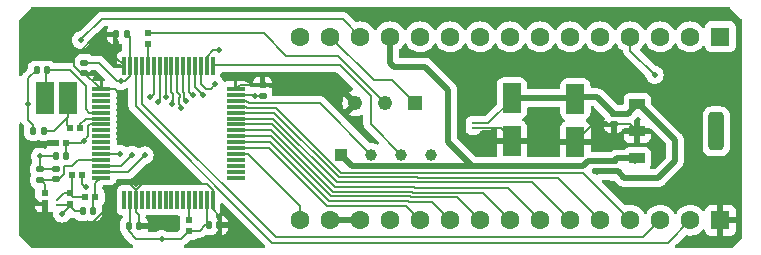
<source format=gbr>
%TF.GenerationSoftware,KiCad,Pcbnew,7.0.9*%
%TF.CreationDate,2024-02-06T13:27:41-04:00*%
%TF.ProjectId,proyecto_micro_v1,70726f79-6563-4746-9f5f-6d6963726f5f,rev?*%
%TF.SameCoordinates,Original*%
%TF.FileFunction,Copper,L1,Top*%
%TF.FilePolarity,Positive*%
%FSLAX46Y46*%
G04 Gerber Fmt 4.6, Leading zero omitted, Abs format (unit mm)*
G04 Created by KiCad (PCBNEW 7.0.9) date 2024-02-06 13:27:41*
%MOMM*%
%LPD*%
G01*
G04 APERTURE LIST*
G04 Aperture macros list*
%AMRoundRect*
0 Rectangle with rounded corners*
0 $1 Rounding radius*
0 $2 $3 $4 $5 $6 $7 $8 $9 X,Y pos of 4 corners*
0 Add a 4 corners polygon primitive as box body*
4,1,4,$2,$3,$4,$5,$6,$7,$8,$9,$2,$3,0*
0 Add four circle primitives for the rounded corners*
1,1,$1+$1,$2,$3*
1,1,$1+$1,$4,$5*
1,1,$1+$1,$6,$7*
1,1,$1+$1,$8,$9*
0 Add four rect primitives between the rounded corners*
20,1,$1+$1,$2,$3,$4,$5,0*
20,1,$1+$1,$4,$5,$6,$7,0*
20,1,$1+$1,$6,$7,$8,$9,0*
20,1,$1+$1,$8,$9,$2,$3,0*%
G04 Aperture macros list end*
%TA.AperFunction,SMDPad,CuDef*%
%ADD10RoundRect,0.075600X-0.194400X0.224400X-0.194400X-0.224400X0.194400X-0.224400X0.194400X0.224400X0*%
%TD*%
%TA.AperFunction,SMDPad,CuDef*%
%ADD11RoundRect,0.075000X-0.700000X-0.075000X0.700000X-0.075000X0.700000X0.075000X-0.700000X0.075000X0*%
%TD*%
%TA.AperFunction,SMDPad,CuDef*%
%ADD12RoundRect,0.075000X-0.075000X-0.700000X0.075000X-0.700000X0.075000X0.700000X-0.075000X0.700000X0*%
%TD*%
%TA.AperFunction,SMDPad,CuDef*%
%ADD13R,0.280000X0.200000*%
%TD*%
%TA.AperFunction,SMDPad,CuDef*%
%ADD14RoundRect,0.075600X-0.224400X-0.194400X0.224400X-0.194400X0.224400X0.194400X-0.224400X0.194400X0*%
%TD*%
%TA.AperFunction,ComponentPad*%
%ADD15R,1.220000X1.220000*%
%TD*%
%TA.AperFunction,ComponentPad*%
%ADD16C,1.220000*%
%TD*%
%TA.AperFunction,SMDPad,CuDef*%
%ADD17RoundRect,0.075600X0.224400X0.194400X-0.224400X0.194400X-0.224400X-0.194400X0.224400X-0.194400X0*%
%TD*%
%TA.AperFunction,SMDPad,CuDef*%
%ADD18RoundRect,0.065100X-0.589900X-0.399900X0.589900X-0.399900X0.589900X0.399900X-0.589900X0.399900X0*%
%TD*%
%TA.AperFunction,SMDPad,CuDef*%
%ADD19RoundRect,0.314400X-0.340600X-1.305600X0.340600X-1.305600X0.340600X1.305600X-0.340600X1.305600X0*%
%TD*%
%TA.AperFunction,SMDPad,CuDef*%
%ADD20R,0.560000X0.600000*%
%TD*%
%TA.AperFunction,SMDPad,CuDef*%
%ADD21R,0.600000X0.560000*%
%TD*%
%TA.AperFunction,ComponentPad*%
%ADD22R,1.605000X1.605000*%
%TD*%
%TA.AperFunction,ComponentPad*%
%ADD23C,1.605000*%
%TD*%
%TA.AperFunction,SMDPad,CuDef*%
%ADD24RoundRect,0.250000X0.550000X-1.050000X0.550000X1.050000X-0.550000X1.050000X-0.550000X-1.050000X0*%
%TD*%
%TA.AperFunction,SMDPad,CuDef*%
%ADD25R,0.600000X0.540000*%
%TD*%
%TA.AperFunction,ComponentPad*%
%ADD26R,0.985000X0.985000*%
%TD*%
%TA.AperFunction,ComponentPad*%
%ADD27C,0.985000*%
%TD*%
%TA.AperFunction,SMDPad,CuDef*%
%ADD28R,1.500000X2.700000*%
%TD*%
%TA.AperFunction,SMDPad,CuDef*%
%ADD29RoundRect,0.075600X0.194400X-0.224400X0.194400X0.224400X-0.194400X0.224400X-0.194400X-0.224400X0*%
%TD*%
%TA.AperFunction,ViaPad*%
%ADD30C,0.500000*%
%TD*%
%TA.AperFunction,Conductor*%
%ADD31C,0.200000*%
%TD*%
%TA.AperFunction,Conductor*%
%ADD32C,0.500000*%
%TD*%
%TA.AperFunction,Conductor*%
%ADD33C,0.100000*%
%TD*%
G04 APERTURE END LIST*
D10*
%TO.P,C12,1*%
%TO.N,OSC_IN*%
X137230000Y-70880000D03*
%TO.P,C12,2*%
%TO.N,GND*%
X136370000Y-70880000D03*
%TD*%
D11*
%TO.P,IC1,1,VBAT*%
%TO.N,+3V3*%
X141855000Y-72480000D03*
%TO.P,IC1,2,PC13-TAMPER-RTC*%
%TO.N,unconnected-(IC1-PC13-TAMPER-RTC-Pad2)*%
X141855000Y-72980000D03*
%TO.P,IC1,3,PC14-OSC32_IN*%
%TO.N,unconnected-(IC1-PC14-OSC32_IN-Pad3)*%
X141855000Y-73480000D03*
%TO.P,IC1,4,PC15-OSC32_OUT*%
%TO.N,unconnected-(IC1-PC15-OSC32_OUT-Pad4)*%
X141855000Y-73980000D03*
%TO.P,IC1,5,PD0_OSC_IN*%
%TO.N,OSC_IN*%
X141855000Y-74480000D03*
%TO.P,IC1,6,PD1_OSC_OUT*%
%TO.N,OSC_OUT*%
X141855000Y-74980000D03*
%TO.P,IC1,7,NRST*%
%TO.N,NRST*%
X141855000Y-75480000D03*
%TO.P,IC1,8,PC0*%
%TO.N,unconnected-(IC1-PC0-Pad8)*%
X141855000Y-75980000D03*
%TO.P,IC1,9,PC1*%
%TO.N,unconnected-(IC1-PC1-Pad9)*%
X141855000Y-76480000D03*
%TO.P,IC1,10,PC2*%
%TO.N,unconnected-(IC1-PC2-Pad10)*%
X141855000Y-76980000D03*
%TO.P,IC1,11,PC3*%
%TO.N,unconnected-(IC1-PC3-Pad11)*%
X141855000Y-77480000D03*
%TO.P,IC1,12,VSSA*%
%TO.N,GND*%
X141855000Y-77980000D03*
%TO.P,IC1,13,VDDA*%
%TO.N,VDDA*%
X141855000Y-78480000D03*
%TO.P,IC1,14,PA0-WKUP*%
%TO.N,PA0*%
X141855000Y-78980000D03*
%TO.P,IC1,15,PA1*%
%TO.N,PA1*%
X141855000Y-79480000D03*
%TO.P,IC1,16,PA2*%
%TO.N,ADC_0*%
X141855000Y-79980000D03*
D12*
%TO.P,IC1,17,PA3*%
%TO.N,unconnected-(IC1-PA3-Pad17)*%
X143780000Y-81905000D03*
%TO.P,IC1,18,VSS_4*%
%TO.N,GND*%
X144280000Y-81905000D03*
%TO.P,IC1,19,VDD_4*%
%TO.N,+3V3*%
X144780000Y-81905000D03*
%TO.P,IC1,20,PA4*%
%TO.N,unconnected-(IC1-PA4-Pad20)*%
X145280000Y-81905000D03*
%TO.P,IC1,21,PA5*%
%TO.N,unconnected-(IC1-PA5-Pad21)*%
X145780000Y-81905000D03*
%TO.P,IC1,22,PA6*%
%TO.N,unconnected-(IC1-PA6-Pad22)*%
X146280000Y-81905000D03*
%TO.P,IC1,23,PA7*%
%TO.N,unconnected-(IC1-PA7-Pad23)*%
X146780000Y-81905000D03*
%TO.P,IC1,24,PC4*%
%TO.N,unconnected-(IC1-PC4-Pad24)*%
X147280000Y-81905000D03*
%TO.P,IC1,25,PC5*%
%TO.N,unconnected-(IC1-PC5-Pad25)*%
X147780000Y-81905000D03*
%TO.P,IC1,26,PB0*%
%TO.N,unconnected-(IC1-PB0-Pad26)*%
X148280000Y-81905000D03*
%TO.P,IC1,27,PB1*%
%TO.N,unconnected-(IC1-PB1-Pad27)*%
X148780000Y-81905000D03*
%TO.P,IC1,28,PB2*%
%TO.N,Net-(IC1-PB2)*%
X149280000Y-81905000D03*
%TO.P,IC1,29,PB10*%
%TO.N,unconnected-(IC1-PB10-Pad29)*%
X149780000Y-81905000D03*
%TO.P,IC1,30,PB11*%
%TO.N,unconnected-(IC1-PB11-Pad30)*%
X150280000Y-81905000D03*
%TO.P,IC1,31,VSS_1*%
%TO.N,GND*%
X150780000Y-81905000D03*
%TO.P,IC1,32,VDD_1*%
%TO.N,+3V3*%
X151280000Y-81905000D03*
D11*
%TO.P,IC1,33,PB12*%
%TO.N,unconnected-(IC1-PB12-Pad33)*%
X153205000Y-79980000D03*
%TO.P,IC1,34,PB13*%
%TO.N,unconnected-(IC1-PB13-Pad34)*%
X153205000Y-79480000D03*
%TO.P,IC1,35,PB14*%
%TO.N,unconnected-(IC1-PB14-Pad35)*%
X153205000Y-78980000D03*
%TO.P,IC1,36,PB15*%
%TO.N,unconnected-(IC1-PB15-Pad36)*%
X153205000Y-78480000D03*
%TO.P,IC1,37,PC6*%
%TO.N,PC6*%
X153205000Y-77980000D03*
%TO.P,IC1,38,PC7*%
%TO.N,PC7*%
X153205000Y-77480000D03*
%TO.P,IC1,39,PC8*%
%TO.N,PC8*%
X153205000Y-76980000D03*
%TO.P,IC1,40,PC9*%
%TO.N,PC9*%
X153205000Y-76480000D03*
%TO.P,IC1,41,PA8*%
%TO.N,PA8*%
X153205000Y-75980000D03*
%TO.P,IC1,42,PA9*%
%TO.N,PA9*%
X153205000Y-75480000D03*
%TO.P,IC1,43,PA10*%
%TO.N,PA10*%
X153205000Y-74980000D03*
%TO.P,IC1,44,PA11*%
%TO.N,PA11*%
X153205000Y-74480000D03*
%TO.P,IC1,45,PA12*%
%TO.N,PA13*%
X153205000Y-73980000D03*
%TO.P,IC1,46,PA13*%
%TO.N,SWDIO*%
X153205000Y-73480000D03*
%TO.P,IC1,47,VSS_2*%
%TO.N,GND*%
X153205000Y-72980000D03*
%TO.P,IC1,48,VDD_2*%
%TO.N,+3V3*%
X153205000Y-72480000D03*
D12*
%TO.P,IC1,49,PA14*%
%TO.N,SWCLK*%
X151280000Y-70555000D03*
%TO.P,IC1,50,PA15*%
%TO.N,RECEPTORA*%
X150780000Y-70555000D03*
%TO.P,IC1,51,PC10*%
%TO.N,PC10*%
X150280000Y-70555000D03*
%TO.P,IC1,52,PC11*%
%TO.N,PC11*%
X149780000Y-70555000D03*
%TO.P,IC1,53,PC12*%
%TO.N,M_0*%
X149280000Y-70555000D03*
%TO.P,IC1,54,PD2*%
%TO.N,M_1*%
X148780000Y-70555000D03*
%TO.P,IC1,55,PB3*%
%TO.N,LIM_L*%
X148280000Y-70555000D03*
%TO.P,IC1,56,PB4*%
%TO.N,LIM_R*%
X147780000Y-70555000D03*
%TO.P,IC1,57,PB5*%
%TO.N,PB5*%
X147280000Y-70555000D03*
%TO.P,IC1,58,PB6*%
%TO.N,PB6*%
X146780000Y-70555000D03*
%TO.P,IC1,59,PB7*%
%TO.N,PB7*%
X146280000Y-70555000D03*
%TO.P,IC1,60,BOOT0*%
%TO.N,BOOT _0*%
X145780000Y-70555000D03*
%TO.P,IC1,61,PB8*%
%TO.N,PB8*%
X145280000Y-70555000D03*
%TO.P,IC1,62,PB9*%
%TO.N,PB9*%
X144780000Y-70555000D03*
%TO.P,IC1,63,VSS_3*%
%TO.N,GND*%
X144280000Y-70555000D03*
%TO.P,IC1,64,VDD_3*%
%TO.N,+3V3*%
X143780000Y-70555000D03*
%TD*%
D13*
%TO.P,U4,1*%
%TO.N,Net-(R4-Pad2)*%
X138080000Y-81910000D03*
%TO.P,U4,2*%
%TO.N,GND*%
X138080000Y-82310000D03*
%TD*%
D14*
%TO.P,C4,1*%
%TO.N,+3V3*%
X155490000Y-72180000D03*
%TO.P,C4,2*%
%TO.N,GND*%
X155490000Y-73040000D03*
%TD*%
D15*
%TO.P,J1,01,01*%
%TO.N,GND*%
X168442500Y-73690000D03*
D16*
%TO.P,J1,02,02*%
%TO.N,Net-(J1-Pad02)*%
X165902500Y-73690000D03*
%TO.P,J1,03,03*%
%TO.N,+3V3*%
X163362500Y-73690000D03*
%TD*%
D17*
%TO.P,C7,1*%
%TO.N,VDDA*%
X136640000Y-80150000D03*
%TO.P,C7,2*%
%TO.N,GND*%
X136640000Y-79290000D03*
%TD*%
D10*
%TO.P,C2,1*%
%TO.N,+3V3*%
X151824000Y-84018000D03*
%TO.P,C2,2*%
%TO.N,GND*%
X150964000Y-84018000D03*
%TD*%
D18*
%TO.P,U1,1,GND/ADJ*%
%TO.N,GND*%
X187215000Y-73780000D03*
%TO.P,U1,2,VOUT*%
%TO.N,+3V3*%
X187215000Y-76070000D03*
%TO.P,U1,3,VIN*%
%TO.N,+5V*%
X187215000Y-78360000D03*
D19*
%TO.P,U1,4*%
%TO.N,N/C*%
X193905000Y-76070000D03*
%TD*%
D13*
%TO.P,U5,1*%
%TO.N,+3V3*%
X173320000Y-75770000D03*
%TO.P,U5,2*%
%TO.N,GND*%
X173320000Y-75370000D03*
%TD*%
D20*
%TO.P,R6,1*%
%TO.N,ADC_0*%
X141335000Y-81610000D03*
%TO.P,R6,2*%
%TO.N,Net-(R4-Pad2)*%
X140465000Y-81610000D03*
%TD*%
D17*
%TO.P,C8,1*%
%TO.N,VDDA*%
X137978000Y-80124000D03*
%TO.P,C8,2*%
%TO.N,GND*%
X137978000Y-79264000D03*
%TD*%
D21*
%TO.P,R3,1*%
%TO.N,BOOT _0*%
X145760000Y-68645000D03*
%TO.P,R3,2*%
%TO.N,Net-(J1-Pad02)*%
X145760000Y-67775000D03*
%TD*%
D10*
%TO.P,C11,1*%
%TO.N,Net-(C11-Pad1)*%
X136950000Y-76040000D03*
%TO.P,C11,2*%
%TO.N,GND*%
X136090000Y-76040000D03*
%TD*%
D20*
%TO.P,R5,1*%
%TO.N,Net-(R4-Pad2)*%
X139360000Y-79720000D03*
%TO.P,R5,2*%
%TO.N,ADC*%
X140230000Y-79720000D03*
%TD*%
D22*
%TO.P,J4,1,1*%
%TO.N,PB7*%
X194252000Y-68053000D03*
D23*
%TO.P,J4,2,2*%
%TO.N,PB6*%
X191712000Y-68053000D03*
%TO.P,J4,3,3*%
%TO.N,PB5*%
X189172000Y-68053000D03*
%TO.P,J4,4,4*%
%TO.N,ADC*%
X186632000Y-68053000D03*
%TO.P,J4,5,5*%
%TO.N,LIM_R*%
X184092000Y-68053000D03*
%TO.P,J4,6,6*%
%TO.N,LIM_L*%
X181552000Y-68053000D03*
%TO.P,J4,7,7*%
%TO.N,M_1*%
X179012000Y-68053000D03*
%TO.P,J4,8,8*%
%TO.N,M_0*%
X176472000Y-68053000D03*
%TO.P,J4,9,9*%
%TO.N,PC11*%
X173932000Y-68053000D03*
%TO.P,J4,10,10*%
%TO.N,PC10*%
X171392000Y-68053000D03*
%TO.P,J4,11,11*%
%TO.N,RECEPTORA*%
X168852000Y-68053000D03*
%TO.P,J4,12,12*%
%TO.N,+5V*%
X166312000Y-68053000D03*
%TO.P,J4,13,13*%
%TO.N,PA0*%
X163772000Y-68053000D03*
%TO.P,J4,14,14*%
%TO.N,GND*%
X161232000Y-68053000D03*
%TO.P,J4,15,15*%
%TO.N,PA1*%
X158692000Y-68053000D03*
%TD*%
D24*
%TO.P,U3,1*%
%TO.N,+3V3*%
X176610000Y-76860000D03*
%TO.P,U3,2*%
%TO.N,GND*%
X176610000Y-73260000D03*
%TD*%
D25*
%TO.P,L1,1*%
%TO.N,+3V3*%
X137040000Y-82162000D03*
%TO.P,L1,2*%
%TO.N,VDDA*%
X137040000Y-81298000D03*
%TD*%
D17*
%TO.P,C3,1*%
%TO.N,+3V3*%
X140390000Y-71110000D03*
%TO.P,C3,2*%
%TO.N,GND*%
X140390000Y-70250000D03*
%TD*%
D10*
%TO.P,C9,1*%
%TO.N,NRST*%
X138850000Y-78190000D03*
%TO.P,C9,2*%
%TO.N,GND*%
X137990000Y-78190000D03*
%TD*%
D14*
%TO.P,C13,1*%
%TO.N,+5V*%
X185278500Y-78600000D03*
%TO.P,C13,2*%
%TO.N,GND*%
X185278500Y-79460000D03*
%TD*%
D10*
%TO.P,C14,1*%
%TO.N,ADC_0*%
X141130000Y-82840000D03*
%TO.P,C14,2*%
%TO.N,GND*%
X140270000Y-82840000D03*
%TD*%
%TO.P,C5,1*%
%TO.N,+3V3*%
X145051000Y-84074000D03*
%TO.P,C5,2*%
%TO.N,GND*%
X144191000Y-84074000D03*
%TD*%
D26*
%TO.P,J2,01,01*%
%TO.N,+5V*%
X162150000Y-78040000D03*
D27*
%TO.P,J2,02,02*%
%TO.N,SWDIO*%
X164690000Y-78040000D03*
%TO.P,J2,03,03*%
%TO.N,SWCLK*%
X167230000Y-78040000D03*
%TO.P,J2,04,04*%
%TO.N,GND*%
X169770000Y-78040000D03*
%TD*%
D20*
%TO.P,R7,1*%
%TO.N,OSC_OUT*%
X140065000Y-75780000D03*
%TO.P,R7,2*%
%TO.N,Net-(C11-Pad1)*%
X139195000Y-75780000D03*
%TD*%
D28*
%TO.P,Y1,1*%
%TO.N,Net-(C11-Pad1)*%
X139010000Y-73270000D03*
%TO.P,Y1,2*%
%TO.N,OSC_IN*%
X137110000Y-73270000D03*
%TD*%
D22*
%TO.P,J3,1,1*%
%TO.N,+3V3*%
X194250000Y-83590000D03*
D23*
%TO.P,J3,2,2*%
%TO.N,PB9*%
X191710000Y-83590000D03*
%TO.P,J3,3,3*%
%TO.N,PB8*%
X189170000Y-83590000D03*
%TO.P,J3,4,4*%
%TO.N,PA13*%
X186630000Y-83590000D03*
%TO.P,J3,5,5*%
%TO.N,PA11*%
X184090000Y-83590000D03*
%TO.P,J3,6,6*%
%TO.N,PA10*%
X181550000Y-83590000D03*
%TO.P,J3,7,7*%
%TO.N,PA9*%
X179010000Y-83590000D03*
%TO.P,J3,8,8*%
%TO.N,PA8*%
X176470000Y-83590000D03*
%TO.P,J3,9,9*%
%TO.N,PC9*%
X173930000Y-83590000D03*
%TO.P,J3,10,10*%
%TO.N,PC8*%
X171390000Y-83590000D03*
%TO.P,J3,11,11*%
%TO.N,PC7*%
X168850000Y-83590000D03*
%TO.P,J3,12,12*%
%TO.N,GND*%
X166310000Y-83590000D03*
%TO.P,J3,13,13*%
%TO.N,NRST*%
X163770000Y-83590000D03*
%TO.P,J3,14,14*%
X161230000Y-83590000D03*
%TO.P,J3,15,15*%
%TO.N,PC6*%
X158690000Y-83590000D03*
%TD*%
D24*
%TO.P,U2,1*%
%TO.N,+3V3*%
X181970000Y-76930000D03*
%TO.P,U2,2*%
%TO.N,GND*%
X181970000Y-73330000D03*
%TD*%
D21*
%TO.P,R1,1*%
%TO.N,GND*%
X149291000Y-84463000D03*
%TO.P,R1,2*%
%TO.N,Net-(IC1-PB2)*%
X149291000Y-83593000D03*
%TD*%
D14*
%TO.P,C10,1*%
%TO.N,+5V*%
X183758500Y-78547000D03*
%TO.P,C10,2*%
%TO.N,GND*%
X183758500Y-79407000D03*
%TD*%
D20*
%TO.P,R2,1*%
%TO.N,NRST*%
X138855000Y-77070000D03*
%TO.P,R2,2*%
%TO.N,+3V3*%
X137985000Y-77070000D03*
%TD*%
D21*
%TO.P,R4,1*%
%TO.N,GND*%
X139170000Y-82195000D03*
%TO.P,R4,2*%
%TO.N,Net-(R4-Pad2)*%
X139170000Y-81325000D03*
%TD*%
D29*
%TO.P,C1,1*%
%TO.N,+3V3*%
X143121000Y-67862000D03*
%TO.P,C1,2*%
%TO.N,GND*%
X143981000Y-67862000D03*
%TD*%
D17*
%TO.P,C6,1*%
%TO.N,+3V3*%
X185223500Y-75447000D03*
%TO.P,C6,2*%
%TO.N,GND*%
X185223500Y-74587000D03*
%TD*%
D30*
%TO.N,+3V3*%
X172478781Y-70976921D03*
%TO.N,GND*%
X190400000Y-77120000D03*
X154820004Y-73039998D03*
X143420000Y-77970000D03*
X138530000Y-83030000D03*
X135670000Y-73790000D03*
X146980000Y-85170000D03*
X143510010Y-71810005D03*
X136640000Y-78190000D03*
%TO.N,NRST*%
X140340000Y-76860000D03*
%TO.N,RECEPTORA*%
X151770000Y-69190000D03*
%TO.N,M_0*%
X149580644Y-73000957D03*
%TO.N,M_1*%
X149013150Y-73491318D03*
%TO.N,LIM_L*%
X148589176Y-74109986D03*
%TO.N,LIM_R*%
X147813853Y-73768891D03*
%TO.N,PC10*%
X151498613Y-72090500D03*
%TO.N,PC11*%
X150417983Y-72989766D03*
%TO.N,PB5*%
X147350470Y-73190615D03*
%TO.N,PB6*%
X146613853Y-73551935D03*
%TO.N,PB7*%
X145980000Y-73181431D03*
%TO.N,ADC*%
X188690000Y-71290000D03*
X140530000Y-80790000D03*
%TO.N,PA0*%
X140110000Y-68350000D03*
X144470000Y-78040000D03*
%TO.N,PA1*%
X145520000Y-78090000D03*
%TD*%
D31*
%TO.N,+3V3*%
X175704500Y-75770000D02*
X176753500Y-76819000D01*
X136540000Y-82162000D02*
X137040000Y-82162000D01*
X153580000Y-72180000D02*
X153280000Y-72480000D01*
X140090000Y-71090000D02*
X139500000Y-70500000D01*
X186592000Y-75447000D02*
X187215000Y-76070000D01*
X142690000Y-82232072D02*
X142690000Y-81090000D01*
X141780000Y-72480000D02*
X140390000Y-71090000D01*
X173320000Y-75770000D02*
X175704500Y-75770000D01*
X144780000Y-81005000D02*
X144780000Y-81905000D01*
X142690000Y-81090000D02*
X143370000Y-80410000D01*
X139500000Y-69850000D02*
X141488000Y-67862000D01*
X183453000Y-75447000D02*
X181970000Y-76930000D01*
X138650000Y-84860000D02*
X140062072Y-84860000D01*
X145051000Y-83157000D02*
X144780000Y-82886000D01*
X143370000Y-80410000D02*
X144185000Y-80410000D01*
X163362500Y-73690000D02*
X161852500Y-72180000D01*
X144780000Y-81005000D02*
X145285000Y-80500000D01*
X140390000Y-71090000D02*
X140090000Y-71090000D01*
X145285000Y-80500000D02*
X150775000Y-80500000D01*
X140062072Y-84860000D02*
X142690000Y-82232072D01*
X137985000Y-77070000D02*
X136340000Y-77070000D01*
X151280000Y-81005000D02*
X151280000Y-82660000D01*
X137040000Y-82162000D02*
X137040000Y-83250000D01*
X141488000Y-67862000D02*
X143121000Y-67862000D01*
X144780000Y-82886000D02*
X144780000Y-81005000D01*
X151824000Y-83204000D02*
X151824000Y-84018000D01*
X139500000Y-70500000D02*
X139500000Y-69850000D01*
X151280000Y-82660000D02*
X151824000Y-83204000D01*
X136340000Y-77070000D02*
X135530000Y-77880000D01*
X145051000Y-84074000D02*
X145051000Y-83157000D01*
X144185000Y-80410000D02*
X144780000Y-81005000D01*
X145051000Y-84074000D02*
X147066000Y-84074000D01*
X143121000Y-67862000D02*
X143121000Y-69821000D01*
X150775000Y-80500000D02*
X151280000Y-81005000D01*
X147066000Y-84074000D02*
X147210000Y-83930000D01*
X135530000Y-81152000D02*
X136540000Y-82162000D01*
X185223500Y-75447000D02*
X186592000Y-75447000D01*
X155490000Y-72180000D02*
X153580000Y-72180000D01*
X137040000Y-83250000D02*
X138650000Y-84860000D01*
X141855000Y-72480000D02*
X143040000Y-72480000D01*
X143121000Y-69821000D02*
X143780000Y-70480000D01*
X143040000Y-72480000D02*
X143690000Y-73130000D01*
X135530000Y-77880000D02*
X135530000Y-81152000D01*
X161852500Y-72180000D02*
X155490000Y-72180000D01*
X185223500Y-75447000D02*
X183453000Y-75447000D01*
%TO.N,GND*%
X139170000Y-82195000D02*
X139170000Y-82390000D01*
X137978000Y-79264000D02*
X136666000Y-79264000D01*
X136640000Y-79290000D02*
X136640000Y-78190000D01*
X174602500Y-75370000D02*
X176753500Y-73219000D01*
X154760006Y-72980000D02*
X154820004Y-73039998D01*
X173320000Y-75370000D02*
X174602500Y-75370000D01*
X139170000Y-82195000D02*
X139170000Y-82380000D01*
D32*
X189000000Y-80000000D02*
X190400000Y-78600000D01*
D31*
X161232000Y-68053000D02*
X164909000Y-71730000D01*
X155490000Y-73039998D02*
X154820004Y-73039998D01*
X136090000Y-76040000D02*
X136090000Y-75510000D01*
X136090000Y-75510000D02*
X135670000Y-75090000D01*
X144230000Y-71412410D02*
X143832410Y-71810000D01*
D32*
X185560000Y-79460000D02*
X186100000Y-80000000D01*
D31*
X141640000Y-70250000D02*
X143200000Y-71810000D01*
X150780000Y-83834000D02*
X150780000Y-81980000D01*
X150602000Y-84018000D02*
X150157000Y-84463000D01*
X144191000Y-84074000D02*
X144191000Y-84541000D01*
X166482500Y-71730000D02*
X168442500Y-73690000D01*
D32*
X176753500Y-73219000D02*
X181907500Y-73219000D01*
X190400000Y-78600000D02*
X190400000Y-76790000D01*
D31*
X143200000Y-71810000D02*
X143640000Y-71810000D01*
D33*
X155260650Y-73137650D02*
X155358302Y-73039998D01*
X155358302Y-73039998D02*
X155490000Y-73039998D01*
D31*
X150964000Y-84018000D02*
X150602000Y-84018000D01*
D33*
X143380000Y-71810000D02*
X143510005Y-71810000D01*
D31*
X137850000Y-78190000D02*
X136640000Y-78190000D01*
X143832410Y-71810000D02*
X143510000Y-71810000D01*
X164909000Y-71730000D02*
X166482500Y-71730000D01*
X139170000Y-82390000D02*
X138530000Y-83030000D01*
X150157000Y-84463000D02*
X149291000Y-84463000D01*
X143981000Y-67862000D02*
X144230000Y-68111000D01*
D32*
X186100000Y-80000000D02*
X189000000Y-80000000D01*
D31*
X144280000Y-81980000D02*
X144280000Y-83985000D01*
D33*
X150964000Y-84018000D02*
X150780000Y-83834000D01*
D32*
X185278500Y-79460000D02*
X185560000Y-79460000D01*
D31*
X136666000Y-79264000D02*
X136640000Y-79290000D01*
D33*
X143380000Y-71810000D02*
X143510000Y-71810000D01*
D31*
X144820000Y-85170000D02*
X148584000Y-85170000D01*
X138010000Y-78030000D02*
X137850000Y-78190000D01*
D33*
X143510005Y-71810000D02*
X143510010Y-71810005D01*
D31*
X153239350Y-72980000D02*
X154760006Y-72980000D01*
D32*
X186408000Y-74587000D02*
X187215000Y-73780000D01*
D31*
X139170000Y-82195000D02*
X139055000Y-82310000D01*
X139170000Y-82380000D02*
X139630000Y-82840000D01*
D32*
X187390000Y-73780000D02*
X187215000Y-73780000D01*
X185223500Y-74587000D02*
X186408000Y-74587000D01*
D31*
X144191000Y-84541000D02*
X144820000Y-85170000D01*
X144230000Y-68111000D02*
X144230000Y-71412410D01*
D33*
X143460000Y-77980000D02*
X143480000Y-77960000D01*
D32*
X183822500Y-73186000D02*
X185223500Y-74587000D01*
X183832500Y-79481000D02*
X183758500Y-79407000D01*
D33*
X144280000Y-83985000D02*
X144191000Y-84074000D01*
D32*
X183758500Y-79407000D02*
X185225500Y-79407000D01*
D31*
X135670000Y-71580000D02*
X135670000Y-73790000D01*
D32*
X185225500Y-79407000D02*
X185278500Y-79460000D01*
X181940500Y-73186000D02*
X183822500Y-73186000D01*
D31*
X141780000Y-77980000D02*
X143460000Y-77980000D01*
X140390000Y-70250000D02*
X141640000Y-70250000D01*
X139630000Y-82840000D02*
X140270000Y-82840000D01*
D33*
X143640000Y-71810000D02*
X143380000Y-71810000D01*
D31*
X148584000Y-85170000D02*
X149291000Y-84463000D01*
X139055000Y-82310000D02*
X138080000Y-82310000D01*
X135670000Y-75090000D02*
X135670000Y-73790000D01*
D32*
X190400000Y-76790000D02*
X187390000Y-73780000D01*
D31*
X136370000Y-70880000D02*
X135670000Y-71580000D01*
D32*
X181907500Y-73219000D02*
X181940500Y-73186000D01*
D31*
%TO.N,VDDA*%
X137040000Y-81298000D02*
X137040000Y-80550000D01*
X138226000Y-80124000D02*
X138680000Y-79670000D01*
X139870000Y-78480000D02*
X141780000Y-78480000D01*
X139330000Y-79020000D02*
X139870000Y-78480000D01*
X137952000Y-80150000D02*
X137978000Y-80124000D01*
X137040000Y-80550000D02*
X136640000Y-80150000D01*
X137978000Y-80124000D02*
X138226000Y-80124000D01*
X138680000Y-79020000D02*
X139330000Y-79020000D01*
X136640000Y-80150000D02*
X137952000Y-80150000D01*
X138680000Y-79670000D02*
X138680000Y-79020000D01*
%TO.N,NRST*%
X140755000Y-75650686D02*
X140755000Y-76445000D01*
X140925686Y-75480000D02*
X140755000Y-75650686D01*
D32*
X161230000Y-83590000D02*
X163770000Y-83590000D01*
D31*
X138851000Y-78141072D02*
X138851000Y-77070000D01*
X138851000Y-77070000D02*
X140130000Y-77070000D01*
X140755000Y-76445000D02*
X140340000Y-76860000D01*
X140130000Y-77070000D02*
X140340000Y-76860000D01*
D33*
X141779000Y-75481000D02*
X141780000Y-75480000D01*
D31*
X141780000Y-75480000D02*
X140925686Y-75480000D01*
D32*
%TO.N,+5V*%
X183811500Y-78600000D02*
X183758500Y-78547000D01*
D33*
X183772500Y-78533000D02*
X183758500Y-78547000D01*
D32*
X185278500Y-78600000D02*
X183811500Y-78600000D01*
X182590000Y-78980000D02*
X173205000Y-78980000D01*
X171220000Y-77000000D02*
X173202500Y-78982500D01*
X173205000Y-78980000D02*
X173202500Y-78982500D01*
X183023000Y-78547000D02*
X182590000Y-78980000D01*
X169260000Y-70590000D02*
X171220000Y-72550000D01*
X166312000Y-70242000D02*
X166660000Y-70590000D01*
X163092500Y-78982500D02*
X162150000Y-78040000D01*
X166312000Y-68053000D02*
X166312000Y-70242000D01*
X183758500Y-78547000D02*
X183023000Y-78547000D01*
X171220000Y-72550000D02*
X171220000Y-77000000D01*
X187215000Y-78360000D02*
X187028000Y-78547000D01*
X173202500Y-78982500D02*
X163092500Y-78982500D01*
X166660000Y-70590000D02*
X169260000Y-70590000D01*
X187215000Y-78360000D02*
X185518500Y-78360000D01*
X185518500Y-78360000D02*
X185278500Y-78600000D01*
D31*
%TO.N,OSC_OUT*%
X139955000Y-75740000D02*
X139955000Y-75535000D01*
X140510000Y-74980000D02*
X141780000Y-74980000D01*
X139955000Y-75535000D02*
X140510000Y-74980000D01*
%TO.N,OSC_IN*%
X140530000Y-72210000D02*
X139200000Y-70880000D01*
X137230000Y-70880000D02*
X137150000Y-70960000D01*
X137150000Y-73530000D02*
X137450000Y-73830000D01*
X141780000Y-74480000D02*
X140805000Y-74480000D01*
X137067500Y-72687500D02*
X137460000Y-73080000D01*
X139200000Y-70880000D02*
X137230000Y-70880000D01*
X140530000Y-74205000D02*
X140530000Y-72210000D01*
X137150000Y-70960000D02*
X137150000Y-73530000D01*
X140805000Y-74480000D02*
X140530000Y-74205000D01*
%TO.N,ADC_0*%
X141335000Y-80425000D02*
X141780000Y-79980000D01*
X141130000Y-81815000D02*
X141335000Y-81610000D01*
X141130000Y-82840000D02*
X141130000Y-81815000D01*
X141335000Y-81610000D02*
X141335000Y-80425000D01*
%TO.N,Net-(IC1-PB2)*%
X149291000Y-83593000D02*
X149291000Y-81991000D01*
D33*
X149291000Y-81991000D02*
X149280000Y-81980000D01*
D31*
%TO.N,SWDIO*%
X154131471Y-73480000D02*
X153279998Y-73480000D01*
X154321471Y-73670000D02*
X154131471Y-73480000D01*
X164690000Y-78040000D02*
X160320000Y-73670000D01*
X160320000Y-73670000D02*
X154321471Y-73670000D01*
D33*
X153280000Y-73480000D02*
X153279998Y-73480000D01*
D31*
%TO.N,SWCLK*%
X164640000Y-75450000D02*
X164640000Y-73090000D01*
X167230000Y-78040000D02*
X164640000Y-75450000D01*
X164640000Y-73090000D02*
X162030000Y-70480000D01*
X162030000Y-70480000D02*
X151280000Y-70480000D01*
D33*
%TO.N,BOOT _0*%
X145760000Y-70460000D02*
X145780000Y-70480000D01*
D31*
X145760000Y-68645000D02*
X145760000Y-70460000D01*
%TO.N,Net-(J1-Pad02)*%
X165902500Y-73690000D02*
X161902500Y-69690000D01*
X161902500Y-69690000D02*
X157500000Y-69690000D01*
X157500000Y-69690000D02*
X155585000Y-67775000D01*
X155585000Y-67775000D02*
X145760000Y-67775000D01*
%TO.N,RECEPTORA*%
X151337590Y-69190000D02*
X151770000Y-69190000D01*
X150780000Y-70555000D02*
X150780000Y-69747590D01*
X150780000Y-69747590D02*
X151337590Y-69190000D01*
%TO.N,PC6*%
X158690000Y-82415000D02*
X158690000Y-83590000D01*
X153280000Y-77980000D02*
X154255000Y-77980000D01*
X154255000Y-77980000D02*
X158690000Y-82415000D01*
%TO.N,M_0*%
X149280000Y-72700313D02*
X149580644Y-73000957D01*
X149280000Y-70480000D02*
X149280000Y-72700313D01*
%TO.N,PC7*%
X167630000Y-82370000D02*
X168850000Y-83590000D01*
X156050000Y-77480000D02*
X160940000Y-82370000D01*
X153280000Y-77480000D02*
X156050000Y-77480000D01*
X160940000Y-82370000D02*
X167630000Y-82370000D01*
%TO.N,M_1*%
X148880000Y-73358168D02*
X149013150Y-73491318D01*
X148880000Y-72821057D02*
X148880000Y-73358168D01*
X148780000Y-72721057D02*
X148880000Y-72821057D01*
X148780000Y-70480000D02*
X148780000Y-72721057D01*
%TO.N,LIM_L*%
X148413150Y-73242789D02*
X148413150Y-73739847D01*
X148280000Y-70480000D02*
X148280000Y-72705930D01*
X148350470Y-72857213D02*
X148472437Y-72979180D01*
X148472437Y-73993247D02*
X148589176Y-74109986D01*
X148350470Y-72776401D02*
X148350470Y-72857213D01*
X148472437Y-73183502D02*
X148413150Y-73242789D01*
X148413150Y-73739847D02*
X148472437Y-73799134D01*
X148472437Y-72979180D02*
X148472437Y-73183502D01*
X148472437Y-73799134D02*
X148472437Y-73993247D01*
X148280000Y-72705930D02*
X148350470Y-72776401D01*
%TO.N,LIM_R*%
X147861474Y-73528141D02*
X147931410Y-73598077D01*
X147950470Y-72942086D02*
X147950470Y-73439144D01*
X147780000Y-70480000D02*
X147780000Y-72771616D01*
X147931410Y-73598077D02*
X147931410Y-73651334D01*
X147931410Y-73651334D02*
X147813853Y-73768891D01*
X147780000Y-72771616D02*
X147950470Y-72942086D01*
X147950470Y-73439144D02*
X147861474Y-73528141D01*
%TO.N,PC10*%
X150280000Y-72050000D02*
X150280000Y-70480000D01*
X151139113Y-72450000D02*
X150680000Y-72450000D01*
X151498613Y-72090500D02*
X151139113Y-72450000D01*
X150680000Y-72450000D02*
X150280000Y-72050000D01*
%TO.N,PC8*%
X167875685Y-82050000D02*
X169850000Y-82050000D01*
X161105686Y-81970000D02*
X167795686Y-81970000D01*
X153280000Y-76980000D02*
X156115686Y-76980000D01*
X167795686Y-81970000D02*
X167875685Y-82050000D01*
X169850000Y-82050000D02*
X171390000Y-83590000D01*
X156115686Y-76980000D02*
X161105686Y-81970000D01*
%TO.N,PC9*%
X167961374Y-81570001D02*
X168041373Y-81650000D01*
X168041373Y-81650000D02*
X171990000Y-81650000D01*
X156181570Y-76480000D02*
X161271570Y-81570000D01*
X153280000Y-76480000D02*
X156181570Y-76480000D01*
X161271570Y-81570000D02*
X167961374Y-81570001D01*
X171990000Y-81650000D02*
X173930000Y-83590000D01*
%TO.N,PA8*%
X174130000Y-81250000D02*
X176470000Y-83590000D01*
X161437256Y-81170000D02*
X168127060Y-81170001D01*
X156247256Y-75980000D02*
X161437256Y-81170000D01*
X168127060Y-81170001D02*
X168207061Y-81250000D01*
X153280000Y-75980000D02*
X156247256Y-75980000D01*
X168207061Y-81250000D02*
X174130000Y-81250000D01*
%TO.N,PA9*%
X156312944Y-75480000D02*
X161602944Y-80770000D01*
X153280000Y-75480000D02*
X156312944Y-75480000D01*
X168292749Y-80770000D02*
X168372749Y-80850000D01*
X176270000Y-80850000D02*
X179010000Y-83590000D01*
X161602944Y-80770000D02*
X168292749Y-80770000D01*
X168372749Y-80850000D02*
X176270000Y-80850000D01*
%TO.N,PA10*%
X156378629Y-74980000D02*
X161768629Y-80370000D01*
X161768629Y-80370000D02*
X168127053Y-80370001D01*
X153280000Y-74980000D02*
X156378629Y-74980000D01*
X168458420Y-80369997D02*
X168458427Y-80369999D01*
X168468431Y-80380003D02*
X178340004Y-80380004D01*
X168127053Y-80370001D02*
X168127055Y-80369999D01*
X168458427Y-80369999D02*
X168468431Y-80380003D01*
X168127055Y-80369999D02*
X168458420Y-80369997D01*
X178340004Y-80380004D02*
X181550000Y-83590000D01*
%TO.N,PA11*%
X168292734Y-79969997D02*
X168624106Y-79969997D01*
X153280000Y-74480000D02*
X156444314Y-74480000D01*
X168634117Y-79980003D02*
X180480003Y-79980003D01*
X167961367Y-79970001D02*
X168292732Y-79969999D01*
X156444314Y-74480000D02*
X161934314Y-79970000D01*
X161934314Y-79970000D02*
X167961367Y-79970001D01*
X168624106Y-79969997D02*
X168624113Y-79969999D01*
X180480003Y-79980003D02*
X184090000Y-83590000D01*
X168624113Y-79969999D02*
X168634117Y-79980003D01*
X168292732Y-79969999D02*
X168292734Y-79969997D01*
%TO.N,PA13*%
X154155786Y-74070000D02*
X156600000Y-74070000D01*
X182609997Y-79569997D02*
X186630000Y-83590000D01*
X153280000Y-73980000D02*
X154065786Y-73980000D01*
X168127049Y-79569997D02*
X182609997Y-79569997D01*
X162100000Y-79570000D02*
X168127044Y-79570001D01*
X156600000Y-74070000D02*
X162100000Y-79570000D01*
X154065786Y-73980000D02*
X154155786Y-74070000D01*
X168127044Y-79570001D02*
X168127049Y-79569997D01*
%TO.N,PB8*%
X145280000Y-73710000D02*
X156610000Y-85040000D01*
X145280000Y-70480000D02*
X145280000Y-73710000D01*
X187720000Y-85040000D02*
X189170000Y-83590000D01*
X156610000Y-85040000D02*
X187720000Y-85040000D01*
%TO.N,PB9*%
X144780000Y-70480000D02*
X144740000Y-70520000D01*
X144740000Y-70520000D02*
X144740000Y-73899315D01*
X144740000Y-73899315D02*
X156330685Y-85490000D01*
X189810000Y-85490000D02*
X191710000Y-83590000D01*
X156330685Y-85490000D02*
X189810000Y-85490000D01*
%TO.N,PC11*%
X149780000Y-72351783D02*
X150417983Y-72989766D01*
X149780000Y-70480000D02*
X149780000Y-72351783D01*
%TO.N,PB5*%
X147280000Y-70480000D02*
X147280000Y-73120145D01*
X147280000Y-73120145D02*
X147350470Y-73190615D01*
%TO.N,PB6*%
X146780000Y-70480000D02*
X146780000Y-73385788D01*
X146780000Y-73385788D02*
X146613853Y-73551935D01*
%TO.N,PB7*%
X146280000Y-70480000D02*
X146280000Y-72881431D01*
X146280000Y-72881431D02*
X145980000Y-73181431D01*
%TO.N,ADC*%
X186632000Y-68053000D02*
X186632000Y-69232000D01*
X140230000Y-79745000D02*
X140230000Y-80490000D01*
X140075000Y-79590000D02*
X140230000Y-79745000D01*
X186632000Y-69232000D02*
X188690000Y-71290000D01*
X140230000Y-80490000D02*
X140530000Y-80790000D01*
%TO.N,PA0*%
X162269500Y-66550500D02*
X141899500Y-66550500D01*
X141780000Y-78980000D02*
X143540000Y-78980000D01*
X143540000Y-78980000D02*
X144480000Y-78040000D01*
X163772000Y-68053000D02*
X162269500Y-66550500D01*
X141899500Y-66550500D02*
X140080000Y-68370000D01*
%TO.N,PA1*%
X141780000Y-79480000D02*
X144130000Y-79480000D01*
X144130000Y-79480000D02*
X145520000Y-78090000D01*
%TO.N,Net-(R4-Pad2)*%
X139205000Y-79590000D02*
X139360000Y-79745000D01*
X139360000Y-81135000D02*
X139170000Y-81325000D01*
X139360000Y-79745000D02*
X139360000Y-81135000D01*
X139455000Y-81610000D02*
X139170000Y-81325000D01*
X140465000Y-81610000D02*
X139455000Y-81610000D01*
X138665000Y-81325000D02*
X139170000Y-81325000D01*
X138080000Y-81910000D02*
X138665000Y-81325000D01*
%TO.N,Net-(C11-Pad1)*%
X139010000Y-74890000D02*
X139010000Y-73270000D01*
X139010000Y-73830000D02*
X139350000Y-73830000D01*
X139010000Y-74890000D02*
X139010000Y-73830000D01*
X138895000Y-75005000D02*
X139010000Y-74890000D01*
X136950000Y-76040000D02*
X137860000Y-76040000D01*
X138895000Y-75550000D02*
X138895000Y-75005000D01*
X139085000Y-75740000D02*
X138895000Y-75550000D01*
X137860000Y-76040000D02*
X139010000Y-74890000D01*
%TD*%
%TA.AperFunction,Conductor*%
%TO.N,+3V3*%
G36*
X144083599Y-72421561D02*
G01*
X144128814Y-72474829D01*
X144139500Y-72525188D01*
X144139500Y-73855886D01*
X144138969Y-73863984D01*
X144138535Y-73867286D01*
X144134318Y-73899314D01*
X144134318Y-73899315D01*
X144140841Y-73948861D01*
X144154955Y-74056075D01*
X144154956Y-74056077D01*
X144204157Y-74174860D01*
X144215464Y-74202156D01*
X144311718Y-74327597D01*
X144339995Y-74349295D01*
X144346085Y-74354635D01*
X147380288Y-77388838D01*
X150409269Y-80417819D01*
X150442754Y-80479142D01*
X150437770Y-80548834D01*
X150395898Y-80604767D01*
X150330434Y-80629184D01*
X150321588Y-80629500D01*
X150167272Y-80629500D01*
X150080393Y-80640938D01*
X150054764Y-80644313D01*
X150054762Y-80644313D01*
X150046708Y-80645374D01*
X150046316Y-80642399D01*
X150013684Y-80642399D01*
X150013292Y-80645374D01*
X150005237Y-80644313D01*
X150005236Y-80644313D01*
X149967660Y-80639366D01*
X149892727Y-80629500D01*
X149892720Y-80629500D01*
X149667280Y-80629500D01*
X149667272Y-80629500D01*
X149580393Y-80640938D01*
X149554764Y-80644313D01*
X149554762Y-80644313D01*
X149546708Y-80645374D01*
X149546316Y-80642399D01*
X149513684Y-80642399D01*
X149513292Y-80645374D01*
X149505237Y-80644313D01*
X149505236Y-80644313D01*
X149467660Y-80639366D01*
X149392727Y-80629500D01*
X149392720Y-80629500D01*
X149167280Y-80629500D01*
X149167272Y-80629500D01*
X149080393Y-80640938D01*
X149054764Y-80644313D01*
X149054762Y-80644313D01*
X149046708Y-80645374D01*
X149046316Y-80642399D01*
X149013684Y-80642399D01*
X149013292Y-80645374D01*
X149005237Y-80644313D01*
X149005236Y-80644313D01*
X148967660Y-80639366D01*
X148892727Y-80629500D01*
X148892720Y-80629500D01*
X148667280Y-80629500D01*
X148667272Y-80629500D01*
X148580393Y-80640938D01*
X148554764Y-80644313D01*
X148554762Y-80644313D01*
X148546708Y-80645374D01*
X148546316Y-80642399D01*
X148513684Y-80642399D01*
X148513292Y-80645374D01*
X148505237Y-80644313D01*
X148505236Y-80644313D01*
X148467660Y-80639366D01*
X148392727Y-80629500D01*
X148392720Y-80629500D01*
X148167280Y-80629500D01*
X148167272Y-80629500D01*
X148080393Y-80640938D01*
X148054764Y-80644313D01*
X148054762Y-80644313D01*
X148046708Y-80645374D01*
X148046316Y-80642399D01*
X148013684Y-80642399D01*
X148013292Y-80645374D01*
X148005237Y-80644313D01*
X148005236Y-80644313D01*
X147967660Y-80639366D01*
X147892727Y-80629500D01*
X147892720Y-80629500D01*
X147667280Y-80629500D01*
X147667272Y-80629500D01*
X147580393Y-80640938D01*
X147554764Y-80644313D01*
X147554762Y-80644313D01*
X147546708Y-80645374D01*
X147546316Y-80642399D01*
X147513684Y-80642399D01*
X147513292Y-80645374D01*
X147505237Y-80644313D01*
X147505236Y-80644313D01*
X147467660Y-80639366D01*
X147392727Y-80629500D01*
X147392720Y-80629500D01*
X147167280Y-80629500D01*
X147167272Y-80629500D01*
X147080393Y-80640938D01*
X147054764Y-80644313D01*
X147054762Y-80644313D01*
X147046708Y-80645374D01*
X147046316Y-80642399D01*
X147013684Y-80642399D01*
X147013292Y-80645374D01*
X147005237Y-80644313D01*
X147005236Y-80644313D01*
X146967660Y-80639366D01*
X146892727Y-80629500D01*
X146892720Y-80629500D01*
X146667280Y-80629500D01*
X146667272Y-80629500D01*
X146580393Y-80640938D01*
X146554764Y-80644313D01*
X146554762Y-80644313D01*
X146546708Y-80645374D01*
X146546316Y-80642399D01*
X146513684Y-80642399D01*
X146513292Y-80645374D01*
X146505237Y-80644313D01*
X146505236Y-80644313D01*
X146467660Y-80639366D01*
X146392727Y-80629500D01*
X146392720Y-80629500D01*
X146167280Y-80629500D01*
X146167272Y-80629500D01*
X146080393Y-80640938D01*
X146054764Y-80644313D01*
X146054762Y-80644313D01*
X146046708Y-80645374D01*
X146046316Y-80642399D01*
X146013684Y-80642399D01*
X146013292Y-80645374D01*
X146005237Y-80644313D01*
X146005236Y-80644313D01*
X145967660Y-80639366D01*
X145892727Y-80629500D01*
X145892720Y-80629500D01*
X145667280Y-80629500D01*
X145667272Y-80629500D01*
X145580393Y-80640938D01*
X145554764Y-80644313D01*
X145554762Y-80644313D01*
X145546708Y-80645374D01*
X145546316Y-80642399D01*
X145513684Y-80642399D01*
X145513292Y-80645374D01*
X145505237Y-80644313D01*
X145505236Y-80644313D01*
X145467660Y-80639366D01*
X145392727Y-80629500D01*
X145392720Y-80629500D01*
X145167280Y-80629500D01*
X145167272Y-80629500D01*
X145074566Y-80641706D01*
X145054764Y-80644313D01*
X145054763Y-80644313D01*
X145046707Y-80645374D01*
X145046472Y-80643595D01*
X145012729Y-80645804D01*
X144930000Y-80634911D01*
X144927845Y-80636801D01*
X144910315Y-80696502D01*
X144881487Y-80727838D01*
X144855486Y-80747789D01*
X144790319Y-80772984D01*
X144721874Y-80758946D01*
X144704515Y-80747790D01*
X144678512Y-80727838D01*
X144637310Y-80671410D01*
X144631120Y-80635894D01*
X144629999Y-80634911D01*
X144547270Y-80645804D01*
X144513527Y-80643593D01*
X144513293Y-80645374D01*
X144505236Y-80644313D01*
X144485434Y-80641706D01*
X144392727Y-80629500D01*
X144392720Y-80629500D01*
X144167280Y-80629500D01*
X144167272Y-80629500D01*
X144080393Y-80640938D01*
X144054764Y-80644313D01*
X144054762Y-80644313D01*
X144046708Y-80645374D01*
X144046316Y-80642399D01*
X144013684Y-80642399D01*
X144013292Y-80645374D01*
X144005237Y-80644313D01*
X144005236Y-80644313D01*
X143967660Y-80639366D01*
X143892727Y-80629500D01*
X143892720Y-80629500D01*
X143667280Y-80629500D01*
X143667272Y-80629500D01*
X143554764Y-80644313D01*
X143554763Y-80644313D01*
X143414770Y-80702300D01*
X143414767Y-80702301D01*
X143414767Y-80702302D01*
X143294549Y-80794549D01*
X143217854Y-80894500D01*
X143202300Y-80914770D01*
X143144313Y-81054763D01*
X143144313Y-81054764D01*
X143129500Y-81167272D01*
X143129500Y-82642727D01*
X143144313Y-82755235D01*
X143144313Y-82755236D01*
X143199509Y-82888492D01*
X143202302Y-82895233D01*
X143294549Y-83015451D01*
X143414767Y-83107698D01*
X143554764Y-83165687D01*
X143571687Y-83167915D01*
X143635580Y-83196179D01*
X143674052Y-83254502D01*
X143679500Y-83290853D01*
X143679500Y-83305611D01*
X143659815Y-83372650D01*
X143630987Y-83403986D01*
X143585722Y-83438719D01*
X143493378Y-83559062D01*
X143493376Y-83559065D01*
X143435330Y-83699204D01*
X143435329Y-83699207D01*
X143435329Y-83699208D01*
X143435311Y-83699346D01*
X143420500Y-83811834D01*
X143420500Y-84336165D01*
X143435329Y-84448790D01*
X143435330Y-84448795D01*
X143493376Y-84588934D01*
X143493378Y-84588936D01*
X143585718Y-84709276D01*
X143585719Y-84709277D01*
X143585721Y-84709279D01*
X143596016Y-84717179D01*
X143635091Y-84768101D01*
X143666462Y-84843838D01*
X143666463Y-84843840D01*
X143666464Y-84843841D01*
X143762718Y-84969282D01*
X143790995Y-84990980D01*
X143797085Y-84996320D01*
X144364669Y-85563904D01*
X144370020Y-85570005D01*
X144391718Y-85598282D01*
X144446738Y-85640500D01*
X144520532Y-85697124D01*
X144561735Y-85753552D01*
X144565890Y-85823298D01*
X144531678Y-85884218D01*
X144469961Y-85916971D01*
X144445046Y-85919500D01*
X135951569Y-85919500D01*
X135884530Y-85899815D01*
X135863888Y-85883181D01*
X134936819Y-84956111D01*
X134903334Y-84894788D01*
X134900500Y-84868430D01*
X134900500Y-82412000D01*
X136240000Y-82412000D01*
X136240000Y-82479844D01*
X136246401Y-82539372D01*
X136246403Y-82539379D01*
X136296645Y-82674086D01*
X136296649Y-82674093D01*
X136382809Y-82789187D01*
X136382812Y-82789190D01*
X136497906Y-82875350D01*
X136497913Y-82875354D01*
X136632620Y-82925596D01*
X136632627Y-82925598D01*
X136692155Y-82931999D01*
X136692172Y-82932000D01*
X136790000Y-82932000D01*
X136790000Y-82412000D01*
X136240000Y-82412000D01*
X134900500Y-82412000D01*
X134900500Y-75424835D01*
X134920185Y-75357796D01*
X134972989Y-75312041D01*
X135042147Y-75302097D01*
X135105703Y-75331122D01*
X135139061Y-75377383D01*
X135145462Y-75392838D01*
X135145463Y-75392840D01*
X135145464Y-75392841D01*
X135241718Y-75518282D01*
X135269995Y-75539980D01*
X135276085Y-75545320D01*
X135289858Y-75559093D01*
X135298260Y-75567495D01*
X135331745Y-75628818D01*
X135333518Y-75671361D01*
X135319501Y-75777831D01*
X135319500Y-75777848D01*
X135319500Y-76302165D01*
X135334329Y-76414790D01*
X135334330Y-76414795D01*
X135392376Y-76554934D01*
X135392378Y-76554937D01*
X135484721Y-76675279D01*
X135605062Y-76767621D01*
X135605065Y-76767623D01*
X135689420Y-76802563D01*
X135745208Y-76825671D01*
X135857842Y-76840500D01*
X135857849Y-76840500D01*
X136322151Y-76840500D01*
X136322158Y-76840500D01*
X136434792Y-76825671D01*
X136472548Y-76810031D01*
X136542017Y-76802563D01*
X136567448Y-76810030D01*
X136605208Y-76825671D01*
X136717842Y-76840500D01*
X136717849Y-76840500D01*
X137182151Y-76840500D01*
X137182158Y-76840500D01*
X137294792Y-76825671D01*
X137294799Y-76825667D01*
X137300186Y-76824225D01*
X137332280Y-76820000D01*
X137950500Y-76820000D01*
X138017539Y-76839685D01*
X138063294Y-76892489D01*
X138074500Y-76944000D01*
X138074501Y-77196000D01*
X138054817Y-77263039D01*
X138002013Y-77308794D01*
X137950501Y-77320000D01*
X137205000Y-77320000D01*
X137205000Y-77417837D01*
X137205422Y-77421761D01*
X137193010Y-77490520D01*
X137145395Y-77541652D01*
X137077694Y-77558926D01*
X137016159Y-77539999D01*
X136967692Y-77509545D01*
X136967691Y-77509544D01*
X136967690Y-77509544D01*
X136920621Y-77493074D01*
X136808056Y-77453685D01*
X136640003Y-77434751D01*
X136639997Y-77434751D01*
X136471943Y-77453685D01*
X136312305Y-77509545D01*
X136312302Y-77509547D01*
X136169115Y-77599518D01*
X136169109Y-77599523D01*
X136049523Y-77719109D01*
X136049518Y-77719115D01*
X135959547Y-77862302D01*
X135959545Y-77862305D01*
X135903685Y-78021943D01*
X135884751Y-78189997D01*
X135884751Y-78190002D01*
X135903686Y-78358057D01*
X135959543Y-78517690D01*
X135991696Y-78568859D01*
X136010697Y-78636095D01*
X135990330Y-78702931D01*
X135985079Y-78710318D01*
X135912378Y-78805063D01*
X135912376Y-78805065D01*
X135854330Y-78945204D01*
X135854329Y-78945209D01*
X135839500Y-79057834D01*
X135839500Y-79522165D01*
X135854329Y-79634790D01*
X135854329Y-79634792D01*
X135869968Y-79672549D01*
X135877435Y-79742019D01*
X135869968Y-79767450D01*
X135854329Y-79805208D01*
X135839500Y-79917834D01*
X135839500Y-80382165D01*
X135850466Y-80465450D01*
X135853123Y-80485635D01*
X135854329Y-80494790D01*
X135854330Y-80494795D01*
X135912376Y-80634934D01*
X135912378Y-80634937D01*
X135985984Y-80730861D01*
X136004721Y-80755279D01*
X136125064Y-80847622D01*
X136162951Y-80863315D01*
X136217355Y-80907154D01*
X136239421Y-80973448D01*
X136239500Y-80977876D01*
X136239500Y-81615870D01*
X136239501Y-81615876D01*
X136245908Y-81675483D01*
X136250347Y-81687383D01*
X136255330Y-81757075D01*
X136250348Y-81774043D01*
X136246402Y-81784621D01*
X136246401Y-81784627D01*
X136240000Y-81844155D01*
X136240000Y-81912000D01*
X136323088Y-81912000D01*
X136390127Y-81931685D01*
X136397389Y-81936726D01*
X136483058Y-82000858D01*
X136497668Y-82011795D01*
X136497671Y-82011797D01*
X136542618Y-82028561D01*
X136632517Y-82062091D01*
X136692127Y-82068500D01*
X137166001Y-82068499D01*
X137233039Y-82088183D01*
X137278794Y-82140987D01*
X137290000Y-82192499D01*
X137290000Y-82932000D01*
X137387828Y-82932000D01*
X137387844Y-82931999D01*
X137447372Y-82925598D01*
X137447376Y-82925597D01*
X137582093Y-82875350D01*
X137589876Y-82871101D01*
X137590524Y-82872288D01*
X137647325Y-82851094D01*
X137715600Y-82865937D01*
X137765012Y-82915335D01*
X137779873Y-82983606D01*
X137779408Y-82988659D01*
X137774751Y-83029994D01*
X137774751Y-83030002D01*
X137793685Y-83198056D01*
X137849545Y-83357694D01*
X137849547Y-83357697D01*
X137939518Y-83500884D01*
X137939523Y-83500890D01*
X138059109Y-83620476D01*
X138059115Y-83620481D01*
X138202302Y-83710452D01*
X138202305Y-83710454D01*
X138202309Y-83710455D01*
X138202310Y-83710456D01*
X138274913Y-83735860D01*
X138361943Y-83766314D01*
X138529997Y-83785249D01*
X138530000Y-83785249D01*
X138530003Y-83785249D01*
X138698056Y-83766314D01*
X138727966Y-83755848D01*
X138857690Y-83710456D01*
X138857692Y-83710454D01*
X138857694Y-83710454D01*
X138857697Y-83710452D01*
X139000884Y-83620481D01*
X139000885Y-83620480D01*
X139000890Y-83620477D01*
X139120477Y-83500890D01*
X139175436Y-83413422D01*
X139227770Y-83367133D01*
X139296823Y-83356485D01*
X139327878Y-83364834D01*
X139473238Y-83425044D01*
X139594168Y-83440964D01*
X139658063Y-83469230D01*
X139664224Y-83474898D01*
X139737931Y-83531455D01*
X139774243Y-83559319D01*
X139785063Y-83567621D01*
X139785065Y-83567623D01*
X139869420Y-83602563D01*
X139925208Y-83625671D01*
X140037842Y-83640500D01*
X140037849Y-83640500D01*
X140502151Y-83640500D01*
X140502158Y-83640500D01*
X140614792Y-83625671D01*
X140652548Y-83610031D01*
X140722017Y-83602563D01*
X140747448Y-83610030D01*
X140785208Y-83625671D01*
X140897842Y-83640500D01*
X140897849Y-83640500D01*
X141362151Y-83640500D01*
X141362158Y-83640500D01*
X141474792Y-83625671D01*
X141614936Y-83567622D01*
X141735279Y-83475279D01*
X141827622Y-83354936D01*
X141885671Y-83214792D01*
X141900500Y-83102158D01*
X141900500Y-82577842D01*
X141885671Y-82465208D01*
X141880599Y-82452964D01*
X141873130Y-82383498D01*
X141904403Y-82321018D01*
X141920845Y-82306248D01*
X141972546Y-82267546D01*
X142058796Y-82152331D01*
X142109091Y-82017483D01*
X142115500Y-81957873D01*
X142115499Y-81262128D01*
X142109091Y-81202517D01*
X142095948Y-81167280D01*
X142058797Y-81067671D01*
X142058793Y-81067664D01*
X141972547Y-80952455D01*
X141971812Y-80951720D01*
X141971314Y-80950807D01*
X141967232Y-80945355D01*
X141968016Y-80944767D01*
X141938332Y-80890394D01*
X141935500Y-80864045D01*
X141935500Y-80754500D01*
X141955185Y-80687461D01*
X142007989Y-80641706D01*
X142059500Y-80630500D01*
X142592713Y-80630500D01*
X142592720Y-80630500D01*
X142705236Y-80615687D01*
X142845233Y-80557698D01*
X142965451Y-80465451D01*
X143057698Y-80345233D01*
X143115687Y-80205236D01*
X143117915Y-80188313D01*
X143146183Y-80124416D01*
X143204508Y-80085946D01*
X143240854Y-80080500D01*
X144086572Y-80080500D01*
X144094670Y-80081030D01*
X144130000Y-80085682D01*
X144130001Y-80085682D01*
X144182254Y-80078802D01*
X144286762Y-80065044D01*
X144432841Y-80004536D01*
X144454884Y-79987622D01*
X144558282Y-79908282D01*
X144579983Y-79879999D01*
X144585311Y-79873922D01*
X145595240Y-78863993D01*
X145656561Y-78830510D01*
X145669024Y-78828457D01*
X145688059Y-78826313D01*
X145847690Y-78770456D01*
X145847693Y-78770453D01*
X145847697Y-78770452D01*
X145990884Y-78680481D01*
X145990885Y-78680480D01*
X145990890Y-78680477D01*
X146110477Y-78560890D01*
X146200452Y-78417697D01*
X146200454Y-78417694D01*
X146200454Y-78417692D01*
X146200456Y-78417690D01*
X146256313Y-78258059D01*
X146256313Y-78258058D01*
X146256314Y-78258056D01*
X146275249Y-78090002D01*
X146275249Y-78089997D01*
X146256314Y-77921943D01*
X146217310Y-77810476D01*
X146200456Y-77762310D01*
X146200455Y-77762309D01*
X146200454Y-77762305D01*
X146200452Y-77762302D01*
X146110481Y-77619115D01*
X146110476Y-77619109D01*
X145990890Y-77499523D01*
X145990884Y-77499518D01*
X145847697Y-77409547D01*
X145847694Y-77409545D01*
X145688056Y-77353685D01*
X145520003Y-77334751D01*
X145519997Y-77334751D01*
X145351943Y-77353685D01*
X145192307Y-77409545D01*
X145097085Y-77469378D01*
X145029849Y-77488378D01*
X144963013Y-77468010D01*
X144943432Y-77452065D01*
X144940890Y-77449523D01*
X144940884Y-77449518D01*
X144797697Y-77359547D01*
X144797694Y-77359545D01*
X144638056Y-77303685D01*
X144470003Y-77284751D01*
X144469997Y-77284751D01*
X144301943Y-77303685D01*
X144142307Y-77359545D01*
X144059367Y-77411660D01*
X143992130Y-77430660D01*
X143925295Y-77410292D01*
X143905714Y-77394347D01*
X143890890Y-77379523D01*
X143890884Y-77379518D01*
X143747697Y-77289547D01*
X143747694Y-77289545D01*
X143588056Y-77233685D01*
X143420003Y-77214751D01*
X143419996Y-77214751D01*
X143267345Y-77231950D01*
X143198523Y-77219895D01*
X143147144Y-77172546D01*
X143129520Y-77104936D01*
X143130459Y-77093338D01*
X143130500Y-77092713D01*
X143130500Y-76867286D01*
X143130500Y-76867280D01*
X143115687Y-76754764D01*
X143115686Y-76754763D01*
X143114626Y-76746705D01*
X143117689Y-76746301D01*
X143117689Y-76713698D01*
X143114626Y-76713295D01*
X143123527Y-76645682D01*
X143130500Y-76592720D01*
X143130500Y-76367280D01*
X143115687Y-76254764D01*
X143115686Y-76254763D01*
X143114626Y-76246705D01*
X143117689Y-76246301D01*
X143117689Y-76213698D01*
X143114626Y-76213295D01*
X143127950Y-76112086D01*
X143130500Y-76092720D01*
X143130500Y-75867280D01*
X143115687Y-75754764D01*
X143115686Y-75754763D01*
X143114626Y-75746705D01*
X143117689Y-75746301D01*
X143117689Y-75713698D01*
X143114626Y-75713295D01*
X143117702Y-75689929D01*
X143130500Y-75592720D01*
X143130500Y-75367280D01*
X143115687Y-75254764D01*
X143115686Y-75254763D01*
X143114626Y-75246705D01*
X143117689Y-75246301D01*
X143117689Y-75213698D01*
X143114626Y-75213295D01*
X143119047Y-75179712D01*
X143130500Y-75092720D01*
X143130500Y-74867280D01*
X143115687Y-74754764D01*
X143115686Y-74754763D01*
X143114626Y-74746705D01*
X143117689Y-74746301D01*
X143117689Y-74713698D01*
X143114626Y-74713295D01*
X143116315Y-74700463D01*
X143130500Y-74592720D01*
X143130500Y-74367280D01*
X143115687Y-74254764D01*
X143115686Y-74254763D01*
X143114626Y-74246705D01*
X143117689Y-74246301D01*
X143117689Y-74213698D01*
X143114626Y-74213295D01*
X143122367Y-74154493D01*
X143130500Y-74092720D01*
X143130500Y-73867280D01*
X143115687Y-73754764D01*
X143115686Y-73754763D01*
X143114626Y-73746705D01*
X143117689Y-73746301D01*
X143117689Y-73713698D01*
X143114626Y-73713295D01*
X143115687Y-73705236D01*
X143130500Y-73592720D01*
X143130500Y-73367280D01*
X143115687Y-73254764D01*
X143115686Y-73254763D01*
X143114626Y-73246705D01*
X143117689Y-73246301D01*
X143117689Y-73213698D01*
X143114626Y-73213295D01*
X143115687Y-73205236D01*
X143130500Y-73092720D01*
X143130500Y-72867280D01*
X143115687Y-72754764D01*
X143115686Y-72754763D01*
X143114626Y-72746705D01*
X143116406Y-72746470D01*
X143114196Y-72712729D01*
X143125259Y-72628699D01*
X143153526Y-72564803D01*
X143211850Y-72526332D01*
X143281715Y-72525501D01*
X143289153Y-72527844D01*
X143341949Y-72546318D01*
X143510007Y-72565254D01*
X143510010Y-72565254D01*
X143510013Y-72565254D01*
X143678066Y-72546319D01*
X143687863Y-72542891D01*
X143837700Y-72490461D01*
X143949527Y-72420194D01*
X144016764Y-72401194D01*
X144083599Y-72421561D01*
G37*
%TD.AperFunction*%
%TA.AperFunction,Conductor*%
G36*
X152135203Y-82144199D02*
G01*
X152141681Y-82150231D01*
X155699269Y-85707819D01*
X155732754Y-85769142D01*
X155727770Y-85838834D01*
X155685898Y-85894767D01*
X155620434Y-85919184D01*
X155611588Y-85919500D01*
X148958954Y-85919500D01*
X148891915Y-85899815D01*
X148846160Y-85847011D01*
X148836216Y-85777853D01*
X148865241Y-85714297D01*
X148883468Y-85697124D01*
X148957262Y-85640500D01*
X149012282Y-85598282D01*
X149033983Y-85569999D01*
X149039319Y-85563914D01*
X149323416Y-85279818D01*
X149384739Y-85246333D01*
X149411097Y-85243499D01*
X149638871Y-85243499D01*
X149638872Y-85243499D01*
X149698483Y-85237091D01*
X149833331Y-85186796D01*
X149948546Y-85100546D01*
X149948548Y-85100542D01*
X149949280Y-85099812D01*
X149950192Y-85099314D01*
X149955645Y-85095232D01*
X149956232Y-85096016D01*
X150010606Y-85066332D01*
X150036955Y-85063500D01*
X150113572Y-85063500D01*
X150121670Y-85064030D01*
X150157000Y-85068682D01*
X150157001Y-85068682D01*
X150209254Y-85061802D01*
X150313762Y-85048044D01*
X150459841Y-84987536D01*
X150524678Y-84937785D01*
X150585282Y-84891282D01*
X150606983Y-84862999D01*
X150612311Y-84856922D01*
X150616932Y-84852301D01*
X150678253Y-84818818D01*
X150720799Y-84817046D01*
X150731842Y-84818500D01*
X150731849Y-84818500D01*
X151196151Y-84818500D01*
X151196158Y-84818500D01*
X151308792Y-84803671D01*
X151347197Y-84787762D01*
X151416666Y-84780293D01*
X151442104Y-84787762D01*
X151479337Y-84803184D01*
X151573999Y-84815646D01*
X151574000Y-84815646D01*
X151574000Y-84689218D01*
X151593685Y-84622179D01*
X151599625Y-84613731D01*
X151616322Y-84591972D01*
X151661622Y-84532936D01*
X151661729Y-84532679D01*
X151672344Y-84507049D01*
X151719671Y-84392792D01*
X151734500Y-84280158D01*
X151734500Y-84268000D01*
X152074000Y-84268000D01*
X152074000Y-84815645D01*
X152074001Y-84815646D01*
X152168653Y-84803186D01*
X152168665Y-84803183D01*
X152308679Y-84745188D01*
X152308680Y-84745188D01*
X152428922Y-84652922D01*
X152521188Y-84532680D01*
X152521188Y-84532679D01*
X152579183Y-84392665D01*
X152579185Y-84392660D01*
X152594000Y-84280129D01*
X152594000Y-84268000D01*
X152074000Y-84268000D01*
X151734500Y-84268000D01*
X151734500Y-83755842D01*
X151719671Y-83643208D01*
X151684924Y-83559320D01*
X151661623Y-83503065D01*
X151661621Y-83503063D01*
X151599624Y-83422266D01*
X151574430Y-83357097D01*
X151574000Y-83346780D01*
X151574000Y-83220351D01*
X152074000Y-83220351D01*
X152074000Y-83768000D01*
X152593999Y-83768000D01*
X152593999Y-83755868D01*
X152579187Y-83643346D01*
X152579183Y-83643334D01*
X152521188Y-83503320D01*
X152521188Y-83503319D01*
X152428922Y-83383077D01*
X152308679Y-83290811D01*
X152168662Y-83232815D01*
X152074000Y-83220351D01*
X151574000Y-83220351D01*
X151574000Y-83219517D01*
X151593685Y-83152478D01*
X151639020Y-83113194D01*
X151637942Y-83111326D01*
X151644977Y-83107264D01*
X151765094Y-83015094D01*
X151857263Y-82894978D01*
X151915198Y-82755108D01*
X151915199Y-82755104D01*
X151929999Y-82642697D01*
X151930000Y-82642683D01*
X151930000Y-82237912D01*
X151949685Y-82170873D01*
X152002489Y-82125118D01*
X152071647Y-82115174D01*
X152135203Y-82144199D01*
G37*
%TD.AperFunction*%
%TA.AperFunction,Conductor*%
G36*
X195065469Y-65570185D02*
G01*
X195086111Y-65586819D01*
X196028533Y-66529240D01*
X196062018Y-66590563D01*
X196064851Y-66616357D01*
X196109765Y-76488260D01*
X196109765Y-85018165D01*
X196090080Y-85085204D01*
X196073446Y-85105846D01*
X195296111Y-85883181D01*
X195234788Y-85916666D01*
X195208430Y-85919500D01*
X190529096Y-85919500D01*
X190462057Y-85899815D01*
X190416302Y-85847011D01*
X190406358Y-85777853D01*
X190435383Y-85714297D01*
X190441415Y-85707819D01*
X190585330Y-85563904D01*
X191265253Y-84883980D01*
X191326574Y-84850497D01*
X191385025Y-84851888D01*
X191403753Y-84856906D01*
X191482872Y-84878106D01*
X191633487Y-84891283D01*
X191709998Y-84897977D01*
X191710000Y-84897977D01*
X191710002Y-84897977D01*
X191786513Y-84891283D01*
X191937128Y-84878106D01*
X192157354Y-84819096D01*
X192363989Y-84722741D01*
X192550751Y-84591969D01*
X192711969Y-84430751D01*
X192725716Y-84411118D01*
X192780291Y-84367493D01*
X192849789Y-84360299D01*
X192912145Y-84391821D01*
X192947559Y-84452050D01*
X192950580Y-84468983D01*
X192953901Y-84499873D01*
X192953903Y-84499879D01*
X193004145Y-84634586D01*
X193004149Y-84634593D01*
X193090309Y-84749687D01*
X193090312Y-84749690D01*
X193205406Y-84835850D01*
X193205413Y-84835854D01*
X193340120Y-84886096D01*
X193340127Y-84886098D01*
X193399655Y-84892499D01*
X193399672Y-84892500D01*
X194000000Y-84892500D01*
X194000000Y-84064128D01*
X194034851Y-84085322D01*
X194176466Y-84125000D01*
X194286595Y-84125000D01*
X194395698Y-84110004D01*
X194500000Y-84064699D01*
X194500000Y-84892500D01*
X195100328Y-84892500D01*
X195100344Y-84892499D01*
X195159872Y-84886098D01*
X195159879Y-84886096D01*
X195294586Y-84835854D01*
X195294593Y-84835850D01*
X195409687Y-84749690D01*
X195409690Y-84749687D01*
X195495850Y-84634593D01*
X195495854Y-84634586D01*
X195546096Y-84499879D01*
X195546098Y-84499872D01*
X195552499Y-84440344D01*
X195552500Y-84440327D01*
X195552500Y-83840000D01*
X194728390Y-83840000D01*
X194729485Y-83838449D01*
X194778735Y-83699872D01*
X194788771Y-83553147D01*
X194758849Y-83409155D01*
X194723016Y-83340000D01*
X195552500Y-83340000D01*
X195552500Y-82739672D01*
X195552499Y-82739655D01*
X195546098Y-82680127D01*
X195546096Y-82680120D01*
X195495854Y-82545413D01*
X195495850Y-82545406D01*
X195409690Y-82430312D01*
X195409687Y-82430309D01*
X195294593Y-82344149D01*
X195294586Y-82344145D01*
X195159879Y-82293903D01*
X195159872Y-82293901D01*
X195100344Y-82287500D01*
X194500000Y-82287500D01*
X194500000Y-83115871D01*
X194465149Y-83094678D01*
X194323534Y-83055000D01*
X194213405Y-83055000D01*
X194104302Y-83069996D01*
X194000000Y-83115300D01*
X194000000Y-82287500D01*
X193399655Y-82287500D01*
X193340127Y-82293901D01*
X193340120Y-82293903D01*
X193205413Y-82344145D01*
X193205406Y-82344149D01*
X193090312Y-82430309D01*
X193090309Y-82430312D01*
X193004149Y-82545406D01*
X193004145Y-82545413D01*
X192953903Y-82680120D01*
X192953901Y-82680126D01*
X192950580Y-82711017D01*
X192923841Y-82775567D01*
X192866448Y-82815414D01*
X192796622Y-82817907D01*
X192736534Y-82782253D01*
X192725715Y-82768881D01*
X192724780Y-82767546D01*
X192711969Y-82749249D01*
X192550751Y-82588031D01*
X192550747Y-82588028D01*
X192550746Y-82588027D01*
X192363993Y-82457261D01*
X192363989Y-82457259D01*
X192354785Y-82452967D01*
X192157354Y-82360904D01*
X192157351Y-82360903D01*
X192157349Y-82360902D01*
X191937129Y-82301894D01*
X191937122Y-82301893D01*
X191710002Y-82282023D01*
X191709998Y-82282023D01*
X191482877Y-82301893D01*
X191482870Y-82301894D01*
X191262642Y-82360905D01*
X191056013Y-82457258D01*
X191056011Y-82457259D01*
X190869246Y-82588032D01*
X190708032Y-82749246D01*
X190577259Y-82936011D01*
X190577258Y-82936013D01*
X190552382Y-82989361D01*
X190506209Y-83041800D01*
X190439016Y-83060952D01*
X190372135Y-83040736D01*
X190327618Y-82989361D01*
X190302741Y-82936013D01*
X190302740Y-82936011D01*
X190299931Y-82932000D01*
X190199934Y-82789187D01*
X190171970Y-82749250D01*
X190094310Y-82671590D01*
X190010751Y-82588031D01*
X190010747Y-82588028D01*
X190010746Y-82588027D01*
X189823993Y-82457261D01*
X189823989Y-82457259D01*
X189814785Y-82452967D01*
X189617354Y-82360904D01*
X189617351Y-82360903D01*
X189617349Y-82360902D01*
X189397129Y-82301894D01*
X189397122Y-82301893D01*
X189170002Y-82282023D01*
X189169998Y-82282023D01*
X188942877Y-82301893D01*
X188942870Y-82301894D01*
X188722642Y-82360905D01*
X188516013Y-82457258D01*
X188516011Y-82457259D01*
X188329246Y-82588032D01*
X188168032Y-82749246D01*
X188037259Y-82936011D01*
X188037258Y-82936013D01*
X188012382Y-82989361D01*
X187966209Y-83041800D01*
X187899016Y-83060952D01*
X187832135Y-83040736D01*
X187787618Y-82989361D01*
X187762741Y-82936013D01*
X187762740Y-82936011D01*
X187759931Y-82932000D01*
X187659934Y-82789187D01*
X187631970Y-82749250D01*
X187554310Y-82671590D01*
X187470751Y-82588031D01*
X187470747Y-82588028D01*
X187470746Y-82588027D01*
X187283993Y-82457261D01*
X187283989Y-82457259D01*
X187274785Y-82452967D01*
X187077354Y-82360904D01*
X187077351Y-82360903D01*
X187077349Y-82360902D01*
X186857129Y-82301894D01*
X186857122Y-82301893D01*
X186630002Y-82282023D01*
X186629998Y-82282023D01*
X186494233Y-82293901D01*
X186402872Y-82301894D01*
X186402869Y-82301894D01*
X186305026Y-82328111D01*
X186235176Y-82326448D01*
X186185252Y-82296017D01*
X184258416Y-80369181D01*
X184224931Y-80307858D01*
X184229915Y-80238166D01*
X184271787Y-80182233D01*
X184337251Y-80157816D01*
X184346097Y-80157500D01*
X184738605Y-80157500D01*
X184786057Y-80166939D01*
X184903708Y-80215671D01*
X185016342Y-80230500D01*
X185217770Y-80230500D01*
X185284809Y-80250185D01*
X185305451Y-80266819D01*
X185524268Y-80485635D01*
X185536049Y-80499267D01*
X185550390Y-80518530D01*
X185590420Y-80552119D01*
X185594392Y-80555759D01*
X185600223Y-80561590D01*
X185600222Y-80561590D01*
X185622027Y-80578830D01*
X185625944Y-80581927D01*
X185684786Y-80631302D01*
X185684794Y-80631306D01*
X185690824Y-80635273D01*
X185690790Y-80635323D01*
X185697137Y-80639366D01*
X185697169Y-80639316D01*
X185703318Y-80643108D01*
X185703320Y-80643109D01*
X185703323Y-80643111D01*
X185772930Y-80675569D01*
X185841567Y-80710040D01*
X185841576Y-80710042D01*
X185848355Y-80712510D01*
X185848334Y-80712567D01*
X185855451Y-80715040D01*
X185855470Y-80714984D01*
X185862330Y-80717257D01*
X185937532Y-80732784D01*
X186012279Y-80750500D01*
X186012288Y-80750500D01*
X186019452Y-80751338D01*
X186019445Y-80751397D01*
X186026946Y-80752163D01*
X186026952Y-80752104D01*
X186034140Y-80752733D01*
X186034143Y-80752732D01*
X186034144Y-80752733D01*
X186110898Y-80750500D01*
X188936295Y-80750500D01*
X188954265Y-80751809D01*
X188978023Y-80755289D01*
X189030068Y-80750735D01*
X189035470Y-80750500D01*
X189043704Y-80750500D01*
X189043709Y-80750500D01*
X189066900Y-80747789D01*
X189076276Y-80746693D01*
X189089028Y-80745577D01*
X189152797Y-80739999D01*
X189152805Y-80739996D01*
X189159866Y-80738539D01*
X189159878Y-80738598D01*
X189167243Y-80736965D01*
X189167229Y-80736906D01*
X189174246Y-80735241D01*
X189174255Y-80735241D01*
X189246423Y-80708974D01*
X189319334Y-80684814D01*
X189319343Y-80684807D01*
X189325882Y-80681760D01*
X189325908Y-80681816D01*
X189332690Y-80678532D01*
X189332663Y-80678478D01*
X189339106Y-80675240D01*
X189339117Y-80675237D01*
X189403283Y-80633034D01*
X189468656Y-80592712D01*
X189468662Y-80592705D01*
X189474325Y-80588229D01*
X189474363Y-80588277D01*
X189480200Y-80583522D01*
X189480161Y-80583475D01*
X189485696Y-80578830D01*
X189538385Y-80522983D01*
X190539209Y-79522158D01*
X190885642Y-79175724D01*
X190899271Y-79163947D01*
X190918530Y-79149610D01*
X190952101Y-79109601D01*
X190955761Y-79105606D01*
X190961590Y-79099778D01*
X190967164Y-79092729D01*
X190981940Y-79074040D01*
X191031302Y-79015214D01*
X191031306Y-79015205D01*
X191035274Y-79009175D01*
X191035325Y-79009208D01*
X191039372Y-79002856D01*
X191039320Y-79002824D01*
X191043112Y-78996675D01*
X191075575Y-78927058D01*
X191093116Y-78892128D01*
X191110040Y-78858433D01*
X191110042Y-78858421D01*
X191112509Y-78851646D01*
X191112567Y-78851667D01*
X191115043Y-78844546D01*
X191114986Y-78844528D01*
X191117257Y-78837673D01*
X191132792Y-78762434D01*
X191140479Y-78730000D01*
X191150500Y-78687721D01*
X191150500Y-78687710D01*
X191151338Y-78680548D01*
X191151398Y-78680555D01*
X191152164Y-78673055D01*
X191152105Y-78673050D01*
X191152734Y-78665860D01*
X191150500Y-78589083D01*
X191150500Y-77421364D01*
X192749500Y-77421364D01*
X192764903Y-77558077D01*
X192809232Y-77684761D01*
X192825555Y-77731409D01*
X192923254Y-77886897D01*
X193053103Y-78016746D01*
X193208591Y-78114445D01*
X193314012Y-78151333D01*
X193381922Y-78175096D01*
X193469354Y-78184946D01*
X193518635Y-78190499D01*
X193518636Y-78190500D01*
X193518640Y-78190500D01*
X194291364Y-78190500D01*
X194291364Y-78190499D01*
X194353361Y-78183513D01*
X194428077Y-78175096D01*
X194428080Y-78175095D01*
X194601409Y-78114445D01*
X194756897Y-78016746D01*
X194886746Y-77886897D01*
X194984445Y-77731409D01*
X195045095Y-77558080D01*
X195045095Y-77558079D01*
X195045096Y-77558077D01*
X195054291Y-77476469D01*
X195060500Y-77421360D01*
X195060500Y-74718640D01*
X195050438Y-74629336D01*
X195045096Y-74581922D01*
X195003412Y-74462797D01*
X194984445Y-74408591D01*
X194886746Y-74253103D01*
X194756897Y-74123254D01*
X194601409Y-74025555D01*
X194590495Y-74021736D01*
X194428077Y-73964903D01*
X194291364Y-73949500D01*
X194291360Y-73949500D01*
X193518640Y-73949500D01*
X193518636Y-73949500D01*
X193381922Y-73964903D01*
X193208590Y-74025555D01*
X193053102Y-74123254D01*
X192923254Y-74253102D01*
X192825555Y-74408590D01*
X192764903Y-74581922D01*
X192749500Y-74718635D01*
X192749500Y-77421364D01*
X191150500Y-77421364D01*
X191150500Y-77165629D01*
X191150889Y-77158690D01*
X191155249Y-77120000D01*
X191155040Y-77118148D01*
X191150890Y-77081317D01*
X191150500Y-77074369D01*
X191150500Y-76853705D01*
X191151809Y-76835735D01*
X191153495Y-76824225D01*
X191155289Y-76811977D01*
X191154465Y-76802563D01*
X191150736Y-76759934D01*
X191150500Y-76754528D01*
X191150500Y-76746297D01*
X191150500Y-76746291D01*
X191146693Y-76713724D01*
X191142354Y-76664128D01*
X191139999Y-76637201D01*
X191138539Y-76630129D01*
X191138597Y-76630116D01*
X191136965Y-76622757D01*
X191136906Y-76622772D01*
X191135242Y-76615753D01*
X191135241Y-76615745D01*
X191108974Y-76543576D01*
X191084814Y-76470666D01*
X191084809Y-76470659D01*
X191081760Y-76464118D01*
X191081815Y-76464091D01*
X191078533Y-76457313D01*
X191078480Y-76457340D01*
X191075235Y-76450880D01*
X191033028Y-76386708D01*
X190992710Y-76321342D01*
X190988234Y-76315682D01*
X190988281Y-76315644D01*
X190983519Y-76309799D01*
X190983474Y-76309838D01*
X190978834Y-76304308D01*
X190922964Y-76251596D01*
X188406819Y-73735451D01*
X188373334Y-73674128D01*
X188370500Y-73647770D01*
X188370500Y-73343032D01*
X188370499Y-73343018D01*
X188368777Y-73329937D01*
X188355942Y-73232449D01*
X188298951Y-73094859D01*
X188208291Y-72976709D01*
X188090141Y-72886049D01*
X188090140Y-72886048D01*
X188090138Y-72886047D01*
X187952554Y-72829059D01*
X187952552Y-72829058D01*
X187952551Y-72829058D01*
X187935491Y-72826812D01*
X187841981Y-72814500D01*
X187841974Y-72814500D01*
X186588026Y-72814500D01*
X186588018Y-72814500D01*
X186477449Y-72829058D01*
X186477445Y-72829059D01*
X186339861Y-72886047D01*
X186221709Y-72976709D01*
X186131047Y-73094861D01*
X186074059Y-73232445D01*
X186074058Y-73232449D01*
X186059500Y-73343018D01*
X186059500Y-73712500D01*
X186039815Y-73779539D01*
X185987011Y-73825294D01*
X185935500Y-73836500D01*
X185633914Y-73836500D01*
X185601818Y-73832274D01*
X185598293Y-73831329D01*
X185560448Y-73826346D01*
X185496553Y-73798077D01*
X185488956Y-73791088D01*
X184398229Y-72700361D01*
X184386449Y-72686730D01*
X184375336Y-72671803D01*
X184372112Y-72667472D01*
X184334851Y-72636206D01*
X184332087Y-72633886D01*
X184328112Y-72630244D01*
X184325190Y-72627322D01*
X184322280Y-72624411D01*
X184296540Y-72604059D01*
X184274910Y-72585909D01*
X184237714Y-72554698D01*
X184237713Y-72554697D01*
X184237709Y-72554694D01*
X184231680Y-72550729D01*
X184231712Y-72550680D01*
X184225353Y-72546628D01*
X184225322Y-72546679D01*
X184219180Y-72542891D01*
X184219178Y-72542890D01*
X184219177Y-72542889D01*
X184164163Y-72517235D01*
X184149558Y-72510424D01*
X184109803Y-72490459D01*
X184080933Y-72475960D01*
X184080931Y-72475959D01*
X184080930Y-72475959D01*
X184074145Y-72473489D01*
X184074165Y-72473433D01*
X184067049Y-72470959D01*
X184067031Y-72471015D01*
X184060171Y-72468742D01*
X184032341Y-72462996D01*
X183984934Y-72453207D01*
X183935972Y-72441603D01*
X183910219Y-72435499D01*
X183903047Y-72434661D01*
X183903053Y-72434601D01*
X183895555Y-72433835D01*
X183895550Y-72433895D01*
X183888360Y-72433265D01*
X183811583Y-72435500D01*
X183394499Y-72435500D01*
X183327460Y-72415815D01*
X183281705Y-72363011D01*
X183270499Y-72311500D01*
X183270499Y-72229998D01*
X183270498Y-72229981D01*
X183259999Y-72127203D01*
X183259998Y-72127200D01*
X183244802Y-72081342D01*
X183204814Y-71960666D01*
X183112712Y-71811344D01*
X182988656Y-71687288D01*
X182875830Y-71617697D01*
X182839336Y-71595187D01*
X182839331Y-71595185D01*
X182837804Y-71594679D01*
X182672797Y-71540001D01*
X182672795Y-71540000D01*
X182570010Y-71529500D01*
X181369998Y-71529500D01*
X181369981Y-71529501D01*
X181267203Y-71540000D01*
X181267200Y-71540001D01*
X181100668Y-71595185D01*
X181100663Y-71595187D01*
X180951342Y-71687289D01*
X180827289Y-71811342D01*
X180735187Y-71960663D01*
X180735185Y-71960668D01*
X180731942Y-71970456D01*
X180680001Y-72127203D01*
X180680001Y-72127204D01*
X180680000Y-72127204D01*
X180669500Y-72229983D01*
X180669500Y-72344500D01*
X180649815Y-72411539D01*
X180597011Y-72457294D01*
X180545500Y-72468500D01*
X178034499Y-72468500D01*
X177967460Y-72448815D01*
X177921705Y-72396011D01*
X177910499Y-72344500D01*
X177910499Y-72159998D01*
X177910498Y-72159981D01*
X177899999Y-72057203D01*
X177899998Y-72057200D01*
X177889763Y-72026313D01*
X177844814Y-71890666D01*
X177752712Y-71741344D01*
X177628656Y-71617288D01*
X177503353Y-71540001D01*
X177479336Y-71525187D01*
X177479331Y-71525185D01*
X177477862Y-71524698D01*
X177312797Y-71470001D01*
X177312795Y-71470000D01*
X177210010Y-71459500D01*
X176009998Y-71459500D01*
X176009981Y-71459501D01*
X175907203Y-71470000D01*
X175907200Y-71470001D01*
X175740668Y-71525185D01*
X175740663Y-71525187D01*
X175591342Y-71617289D01*
X175467289Y-71741342D01*
X175375187Y-71890663D01*
X175375185Y-71890668D01*
X175362152Y-71929999D01*
X175320001Y-72057203D01*
X175320001Y-72057204D01*
X175320000Y-72057204D01*
X175309500Y-72159983D01*
X175309500Y-73762402D01*
X175289815Y-73829441D01*
X175273181Y-73850083D01*
X174390084Y-74733181D01*
X174328761Y-74766666D01*
X174302403Y-74769500D01*
X173132130Y-74769500D01*
X173132123Y-74769501D01*
X173072516Y-74775908D01*
X172937671Y-74826202D01*
X172937664Y-74826206D01*
X172822455Y-74912452D01*
X172822452Y-74912455D01*
X172736206Y-75027664D01*
X172736202Y-75027671D01*
X172690033Y-75151459D01*
X172685909Y-75162517D01*
X172679500Y-75222127D01*
X172679500Y-75222134D01*
X172679500Y-75222135D01*
X172679500Y-75517868D01*
X172679501Y-75517872D01*
X172683931Y-75559093D01*
X172683931Y-75585596D01*
X172680000Y-75622165D01*
X172680000Y-75917844D01*
X172686401Y-75977372D01*
X172686403Y-75977379D01*
X172736645Y-76112086D01*
X172736649Y-76112093D01*
X172822809Y-76227187D01*
X172822812Y-76227190D01*
X172937906Y-76313350D01*
X172937913Y-76313354D01*
X173072620Y-76363596D01*
X173072627Y-76363598D01*
X173132155Y-76369999D01*
X173132172Y-76370000D01*
X173507828Y-76370000D01*
X173507844Y-76369999D01*
X173567372Y-76363598D01*
X173567379Y-76363596D01*
X173702086Y-76313354D01*
X173702093Y-76313350D01*
X173817187Y-76227190D01*
X173817190Y-76227187D01*
X173903350Y-76112093D01*
X173903354Y-76112086D01*
X173926076Y-76051167D01*
X173967947Y-75995233D01*
X174033412Y-75970816D01*
X174042258Y-75970500D01*
X174559072Y-75970500D01*
X174567170Y-75971030D01*
X174602500Y-75975682D01*
X174602501Y-75975682D01*
X174654754Y-75968802D01*
X174759262Y-75955044D01*
X174905341Y-75894536D01*
X174921470Y-75882159D01*
X174928474Y-75876786D01*
X175002478Y-75820000D01*
X175030782Y-75798282D01*
X175052483Y-75769999D01*
X175057811Y-75763922D01*
X175098321Y-75723412D01*
X175159642Y-75689929D01*
X175229334Y-75694913D01*
X175285267Y-75736785D01*
X175309684Y-75802249D01*
X175310000Y-75811095D01*
X175310000Y-76610000D01*
X177909999Y-76610000D01*
X177909999Y-75760028D01*
X177909998Y-75760013D01*
X177899505Y-75657302D01*
X177844358Y-75490880D01*
X177844356Y-75490875D01*
X177752315Y-75341654D01*
X177628344Y-75217683D01*
X177628340Y-75217680D01*
X177544280Y-75165831D01*
X177497555Y-75113883D01*
X177486334Y-75044921D01*
X177514177Y-74980839D01*
X177544278Y-74954756D01*
X177628656Y-74902712D01*
X177752712Y-74778656D01*
X177844814Y-74629334D01*
X177899999Y-74462797D01*
X177910500Y-74360009D01*
X177910500Y-74093500D01*
X177930185Y-74026461D01*
X177982989Y-73980706D01*
X178034500Y-73969500D01*
X180545501Y-73969500D01*
X180612540Y-73989185D01*
X180658295Y-74041989D01*
X180669501Y-74093500D01*
X180669501Y-74430018D01*
X180680000Y-74532796D01*
X180680001Y-74532799D01*
X180731393Y-74687888D01*
X180735186Y-74699334D01*
X180825834Y-74846299D01*
X180827289Y-74848657D01*
X180951344Y-74972712D01*
X181035718Y-75024754D01*
X181082443Y-75076702D01*
X181093666Y-75145664D01*
X181065822Y-75209747D01*
X181035720Y-75235831D01*
X180951656Y-75287682D01*
X180827684Y-75411654D01*
X180735643Y-75560875D01*
X180735641Y-75560880D01*
X180680494Y-75727302D01*
X180680493Y-75727309D01*
X180670000Y-75830013D01*
X180670000Y-76680000D01*
X183269999Y-76680000D01*
X183269999Y-76320000D01*
X186060000Y-76320000D01*
X186060000Y-76506938D01*
X186074544Y-76617419D01*
X186074545Y-76617421D01*
X186131484Y-76754885D01*
X186222066Y-76872933D01*
X186340114Y-76963515D01*
X186477578Y-77020454D01*
X186477580Y-77020455D01*
X186588061Y-77035000D01*
X186965000Y-77035000D01*
X186965000Y-76320000D01*
X187465000Y-76320000D01*
X187465000Y-77035000D01*
X187841939Y-77035000D01*
X187952419Y-77020455D01*
X187952421Y-77020454D01*
X188089885Y-76963515D01*
X188207933Y-76872933D01*
X188298515Y-76754885D01*
X188355454Y-76617421D01*
X188355455Y-76617419D01*
X188370000Y-76506938D01*
X188370000Y-76320000D01*
X187465000Y-76320000D01*
X186965000Y-76320000D01*
X186060000Y-76320000D01*
X183269999Y-76320000D01*
X183269999Y-75830028D01*
X183269998Y-75830013D01*
X183259505Y-75727302D01*
X183249464Y-75697001D01*
X184425853Y-75697001D01*
X184438313Y-75791653D01*
X184438316Y-75791665D01*
X184496311Y-75931679D01*
X184496311Y-75931680D01*
X184588577Y-76051922D01*
X184708820Y-76144188D01*
X184848834Y-76202183D01*
X184848839Y-76202185D01*
X184961369Y-76216999D01*
X184973500Y-76216998D01*
X184973500Y-75697000D01*
X184425855Y-75697000D01*
X184425853Y-75697001D01*
X183249464Y-75697001D01*
X183204358Y-75560880D01*
X183204356Y-75560875D01*
X183112315Y-75411654D01*
X182988344Y-75287683D01*
X182988340Y-75287680D01*
X182904280Y-75235831D01*
X182857555Y-75183883D01*
X182846334Y-75114921D01*
X182874177Y-75050839D01*
X182904278Y-75024756D01*
X182988656Y-74972712D01*
X183112712Y-74848656D01*
X183204814Y-74699334D01*
X183259999Y-74532797D01*
X183270500Y-74430009D01*
X183270500Y-74060500D01*
X183290185Y-73993461D01*
X183342989Y-73947706D01*
X183394500Y-73936500D01*
X183460270Y-73936500D01*
X183527309Y-73956185D01*
X183547951Y-73972819D01*
X184397588Y-74822456D01*
X184431073Y-74883779D01*
X184432846Y-74893948D01*
X184437829Y-74931791D01*
X184453738Y-74970200D01*
X184461206Y-75039669D01*
X184453738Y-75065101D01*
X184438316Y-75102334D01*
X184438315Y-75102339D01*
X184425853Y-75196999D01*
X184425854Y-75197000D01*
X184552280Y-75197000D01*
X184619319Y-75216685D01*
X184627766Y-75222624D01*
X184708563Y-75284621D01*
X184708565Y-75284623D01*
X184796935Y-75321226D01*
X184848708Y-75342671D01*
X184961342Y-75357500D01*
X184961349Y-75357500D01*
X185349500Y-75357500D01*
X185416539Y-75377185D01*
X185462294Y-75429989D01*
X185473500Y-75481500D01*
X185473500Y-76216999D01*
X185485631Y-76216999D01*
X185598153Y-76202187D01*
X185598165Y-76202183D01*
X185738179Y-76144188D01*
X185738180Y-76144188D01*
X185858422Y-76051922D01*
X185950687Y-75931681D01*
X185965239Y-75896549D01*
X186009080Y-75842145D01*
X186075374Y-75820079D01*
X186079801Y-75820000D01*
X186965000Y-75820000D01*
X186965000Y-75142728D01*
X186984685Y-75075689D01*
X187001315Y-75055051D01*
X187214818Y-74841547D01*
X187276141Y-74808063D01*
X187345833Y-74813047D01*
X187390180Y-74841548D01*
X187471635Y-74923003D01*
X187505120Y-74984326D01*
X187500136Y-75054018D01*
X187471635Y-75098365D01*
X187465000Y-75105000D01*
X187465000Y-75820000D01*
X188317270Y-75820000D01*
X188384309Y-75839685D01*
X188404951Y-75856319D01*
X189611037Y-77062405D01*
X189644522Y-77123728D01*
X189646576Y-77136198D01*
X189649110Y-77158693D01*
X189649500Y-77165628D01*
X189649500Y-78237770D01*
X189629815Y-78304809D01*
X189613181Y-78325451D01*
X188725451Y-79213181D01*
X188664128Y-79246666D01*
X188637770Y-79249500D01*
X188393588Y-79249500D01*
X188326549Y-79229815D01*
X188280794Y-79177011D01*
X188270850Y-79107853D01*
X188295212Y-79050014D01*
X188295828Y-79049210D01*
X188298951Y-79045141D01*
X188355942Y-78907551D01*
X188370500Y-78796974D01*
X188370500Y-77923026D01*
X188355942Y-77812449D01*
X188303053Y-77684763D01*
X188298952Y-77674861D01*
X188298951Y-77674860D01*
X188298951Y-77674859D01*
X188208291Y-77556709D01*
X188090141Y-77466049D01*
X188090140Y-77466048D01*
X188090138Y-77466047D01*
X187952554Y-77409059D01*
X187952552Y-77409058D01*
X187952551Y-77409058D01*
X187938728Y-77407238D01*
X187841981Y-77394500D01*
X187841974Y-77394500D01*
X186588026Y-77394500D01*
X186588018Y-77394500D01*
X186477449Y-77409058D01*
X186477445Y-77409059D01*
X186339861Y-77466047D01*
X186221707Y-77556710D01*
X186218425Y-77560989D01*
X186161996Y-77602190D01*
X186120051Y-77609500D01*
X185582205Y-77609500D01*
X185564235Y-77608191D01*
X185540472Y-77604710D01*
X185495809Y-77608619D01*
X185488433Y-77609264D01*
X185483032Y-77609500D01*
X185474787Y-77609500D01*
X185448722Y-77612546D01*
X185442205Y-77613308D01*
X185436903Y-77613771D01*
X185365701Y-77620001D01*
X185358634Y-77621461D01*
X185358622Y-77621404D01*
X185351253Y-77623038D01*
X185351267Y-77623095D01*
X185344239Y-77624760D01*
X185272068Y-77651028D01*
X185199165Y-77675186D01*
X185199163Y-77675186D01*
X185199160Y-77675188D01*
X185192623Y-77678236D01*
X185192598Y-77678184D01*
X185185810Y-77681470D01*
X185185836Y-77681521D01*
X185179385Y-77684761D01*
X185115223Y-77726961D01*
X185049846Y-77767285D01*
X185044182Y-77771765D01*
X185044146Y-77771719D01*
X185038292Y-77776488D01*
X185038330Y-77776533D01*
X185032798Y-77781173D01*
X185013344Y-77801794D01*
X184953020Y-77837047D01*
X184939341Y-77839637D01*
X184903706Y-77844329D01*
X184900182Y-77845274D01*
X184868086Y-77849500D01*
X184298395Y-77849500D01*
X184250943Y-77840061D01*
X184133295Y-77791330D01*
X184133293Y-77791329D01*
X184133292Y-77791329D01*
X184105242Y-77787636D01*
X184020665Y-77776500D01*
X184020658Y-77776500D01*
X183496342Y-77776500D01*
X183496334Y-77776500D01*
X183410186Y-77787843D01*
X183341151Y-77777078D01*
X183288895Y-77730698D01*
X183270000Y-77664904D01*
X183270000Y-77180000D01*
X180670001Y-77180000D01*
X180670001Y-78029989D01*
X180676428Y-78092899D01*
X180663658Y-78161592D01*
X180615777Y-78212476D01*
X180553070Y-78229500D01*
X178015952Y-78229500D01*
X177948913Y-78209815D01*
X177903158Y-78157011D01*
X177893214Y-78087853D01*
X177898248Y-78066492D01*
X177899504Y-78062701D01*
X177899506Y-78062690D01*
X177909999Y-77959986D01*
X177910000Y-77959973D01*
X177910000Y-77110000D01*
X175310001Y-77110000D01*
X175310001Y-77959986D01*
X175320493Y-78062695D01*
X175321753Y-78066495D01*
X175321838Y-78068980D01*
X175321911Y-78069319D01*
X175321850Y-78069331D01*
X175324155Y-78136323D01*
X175288424Y-78196366D01*
X175225904Y-78227559D01*
X175204047Y-78229500D01*
X173562229Y-78229500D01*
X173495190Y-78209815D01*
X173474548Y-78193181D01*
X172006819Y-76725451D01*
X171973334Y-76664128D01*
X171970500Y-76637770D01*
X171970500Y-72613705D01*
X171971809Y-72595735D01*
X171974187Y-72579500D01*
X171975289Y-72571977D01*
X171974661Y-72564803D01*
X171970736Y-72519934D01*
X171970500Y-72514528D01*
X171970500Y-72506297D01*
X171970500Y-72506291D01*
X171966693Y-72473724D01*
X171961253Y-72411539D01*
X171959999Y-72397201D01*
X171958539Y-72390129D01*
X171958597Y-72390116D01*
X171956965Y-72382757D01*
X171956906Y-72382772D01*
X171955242Y-72375753D01*
X171955241Y-72375745D01*
X171928974Y-72303576D01*
X171904814Y-72230666D01*
X171904809Y-72230659D01*
X171901760Y-72224118D01*
X171901815Y-72224091D01*
X171898533Y-72217313D01*
X171898480Y-72217340D01*
X171895235Y-72210880D01*
X171891696Y-72205500D01*
X171853028Y-72146708D01*
X171812712Y-72081345D01*
X171812711Y-72081344D01*
X171812710Y-72081342D01*
X171808234Y-72075682D01*
X171808281Y-72075644D01*
X171803519Y-72069799D01*
X171803474Y-72069838D01*
X171798834Y-72064308D01*
X171742964Y-72011596D01*
X169835729Y-70104361D01*
X169823949Y-70090730D01*
X169815588Y-70079500D01*
X169809612Y-70071472D01*
X169809610Y-70071470D01*
X169769587Y-70037886D01*
X169765612Y-70034244D01*
X169762690Y-70031322D01*
X169759780Y-70028411D01*
X169734040Y-70008059D01*
X169675209Y-69958694D01*
X169669180Y-69954729D01*
X169669212Y-69954680D01*
X169662853Y-69950628D01*
X169662822Y-69950679D01*
X169656680Y-69946891D01*
X169656678Y-69946890D01*
X169656677Y-69946889D01*
X169617474Y-69928608D01*
X169587058Y-69914424D01*
X169552894Y-69897267D01*
X169518433Y-69879960D01*
X169518431Y-69879959D01*
X169518430Y-69879959D01*
X169511645Y-69877489D01*
X169511665Y-69877433D01*
X169504549Y-69874959D01*
X169504531Y-69875015D01*
X169497671Y-69872742D01*
X169469841Y-69866996D01*
X169422434Y-69857207D01*
X169373472Y-69845603D01*
X169347719Y-69839499D01*
X169340547Y-69838661D01*
X169340553Y-69838601D01*
X169333055Y-69837835D01*
X169333050Y-69837895D01*
X169325860Y-69837265D01*
X169249083Y-69839500D01*
X167186500Y-69839500D01*
X167119461Y-69819815D01*
X167073706Y-69767011D01*
X167062500Y-69715500D01*
X167062500Y-69182713D01*
X167082185Y-69115674D01*
X167115376Y-69081139D01*
X167152751Y-69054969D01*
X167313969Y-68893751D01*
X167444741Y-68706989D01*
X167469618Y-68653640D01*
X167515790Y-68601200D01*
X167582983Y-68582048D01*
X167649865Y-68602263D01*
X167694382Y-68653640D01*
X167719257Y-68706985D01*
X167719261Y-68706993D01*
X167850027Y-68893746D01*
X167850032Y-68893752D01*
X168011247Y-69054967D01*
X168011253Y-69054972D01*
X168198006Y-69185738D01*
X168198008Y-69185739D01*
X168198011Y-69185741D01*
X168404646Y-69282096D01*
X168624872Y-69341106D01*
X168770115Y-69353813D01*
X168851998Y-69360977D01*
X168852000Y-69360977D01*
X168852002Y-69360977D01*
X168908911Y-69355998D01*
X169079128Y-69341106D01*
X169299354Y-69282096D01*
X169505989Y-69185741D01*
X169692751Y-69054969D01*
X169853969Y-68893751D01*
X169984741Y-68706989D01*
X170009618Y-68653640D01*
X170055790Y-68601200D01*
X170122983Y-68582048D01*
X170189865Y-68602263D01*
X170234382Y-68653640D01*
X170259257Y-68706985D01*
X170259261Y-68706993D01*
X170390027Y-68893746D01*
X170390032Y-68893752D01*
X170551247Y-69054967D01*
X170551253Y-69054972D01*
X170738006Y-69185738D01*
X170738008Y-69185739D01*
X170738011Y-69185741D01*
X170944646Y-69282096D01*
X171164872Y-69341106D01*
X171310115Y-69353813D01*
X171391998Y-69360977D01*
X171392000Y-69360977D01*
X171392002Y-69360977D01*
X171448911Y-69355998D01*
X171619128Y-69341106D01*
X171839354Y-69282096D01*
X172045989Y-69185741D01*
X172232751Y-69054969D01*
X172393969Y-68893751D01*
X172524741Y-68706989D01*
X172549618Y-68653640D01*
X172595790Y-68601200D01*
X172662983Y-68582048D01*
X172729865Y-68602263D01*
X172774382Y-68653640D01*
X172799257Y-68706985D01*
X172799261Y-68706993D01*
X172930027Y-68893746D01*
X172930032Y-68893752D01*
X173091247Y-69054967D01*
X173091253Y-69054972D01*
X173278006Y-69185738D01*
X173278008Y-69185739D01*
X173278011Y-69185741D01*
X173484646Y-69282096D01*
X173704872Y-69341106D01*
X173850115Y-69353813D01*
X173931998Y-69360977D01*
X173932000Y-69360977D01*
X173932002Y-69360977D01*
X173988911Y-69355998D01*
X174159128Y-69341106D01*
X174379354Y-69282096D01*
X174585989Y-69185741D01*
X174772751Y-69054969D01*
X174933969Y-68893751D01*
X175064741Y-68706989D01*
X175089618Y-68653640D01*
X175135790Y-68601200D01*
X175202983Y-68582048D01*
X175269865Y-68602263D01*
X175314382Y-68653640D01*
X175339257Y-68706985D01*
X175339261Y-68706993D01*
X175470027Y-68893746D01*
X175470032Y-68893752D01*
X175631247Y-69054967D01*
X175631253Y-69054972D01*
X175818006Y-69185738D01*
X175818008Y-69185739D01*
X175818011Y-69185741D01*
X176024646Y-69282096D01*
X176244872Y-69341106D01*
X176390115Y-69353813D01*
X176471998Y-69360977D01*
X176472000Y-69360977D01*
X176472002Y-69360977D01*
X176528911Y-69355998D01*
X176699128Y-69341106D01*
X176919354Y-69282096D01*
X177125989Y-69185741D01*
X177312751Y-69054969D01*
X177473969Y-68893751D01*
X177604741Y-68706989D01*
X177629618Y-68653640D01*
X177675790Y-68601200D01*
X177742983Y-68582048D01*
X177809865Y-68602263D01*
X177854382Y-68653640D01*
X177879257Y-68706985D01*
X177879261Y-68706993D01*
X178010027Y-68893746D01*
X178010032Y-68893752D01*
X178171247Y-69054967D01*
X178171253Y-69054972D01*
X178358006Y-69185738D01*
X178358008Y-69185739D01*
X178358011Y-69185741D01*
X178564646Y-69282096D01*
X178784872Y-69341106D01*
X178930115Y-69353813D01*
X179011998Y-69360977D01*
X179012000Y-69360977D01*
X179012002Y-69360977D01*
X179068911Y-69355998D01*
X179239128Y-69341106D01*
X179459354Y-69282096D01*
X179665989Y-69185741D01*
X179852751Y-69054969D01*
X180013969Y-68893751D01*
X180144741Y-68706989D01*
X180169618Y-68653640D01*
X180215790Y-68601200D01*
X180282983Y-68582048D01*
X180349865Y-68602263D01*
X180394382Y-68653640D01*
X180419257Y-68706985D01*
X180419261Y-68706993D01*
X180550027Y-68893746D01*
X180550032Y-68893752D01*
X180711247Y-69054967D01*
X180711253Y-69054972D01*
X180898006Y-69185738D01*
X180898008Y-69185739D01*
X180898011Y-69185741D01*
X181104646Y-69282096D01*
X181324872Y-69341106D01*
X181470115Y-69353813D01*
X181551998Y-69360977D01*
X181552000Y-69360977D01*
X181552002Y-69360977D01*
X181608911Y-69355998D01*
X181779128Y-69341106D01*
X181999354Y-69282096D01*
X182205989Y-69185741D01*
X182392751Y-69054969D01*
X182553969Y-68893751D01*
X182684741Y-68706989D01*
X182709618Y-68653640D01*
X182755790Y-68601200D01*
X182822983Y-68582048D01*
X182889865Y-68602263D01*
X182934382Y-68653640D01*
X182959257Y-68706985D01*
X182959261Y-68706993D01*
X183090027Y-68893746D01*
X183090032Y-68893752D01*
X183251247Y-69054967D01*
X183251253Y-69054972D01*
X183438006Y-69185738D01*
X183438008Y-69185739D01*
X183438011Y-69185741D01*
X183644646Y-69282096D01*
X183864872Y-69341106D01*
X184010115Y-69353813D01*
X184091998Y-69360977D01*
X184092000Y-69360977D01*
X184092002Y-69360977D01*
X184148911Y-69355998D01*
X184319128Y-69341106D01*
X184539354Y-69282096D01*
X184745989Y-69185741D01*
X184932751Y-69054969D01*
X185093969Y-68893751D01*
X185224741Y-68706989D01*
X185249618Y-68653640D01*
X185295790Y-68601200D01*
X185362983Y-68582048D01*
X185429865Y-68602263D01*
X185474382Y-68653640D01*
X185499257Y-68706985D01*
X185499261Y-68706993D01*
X185616721Y-68874743D01*
X185630031Y-68893751D01*
X185791249Y-69054969D01*
X185978011Y-69185741D01*
X185978013Y-69185742D01*
X185979820Y-69187007D01*
X186023445Y-69241584D01*
X186031636Y-69272395D01*
X186034377Y-69293214D01*
X186046955Y-69388760D01*
X186046956Y-69388762D01*
X186107464Y-69534841D01*
X186203718Y-69660282D01*
X186231995Y-69681980D01*
X186238085Y-69687320D01*
X187079765Y-70529000D01*
X187916004Y-71365239D01*
X187949489Y-71426562D01*
X187951542Y-71439031D01*
X187953687Y-71458059D01*
X187957866Y-71470001D01*
X188009544Y-71617692D01*
X188009547Y-71617697D01*
X188099518Y-71760884D01*
X188099523Y-71760890D01*
X188219109Y-71880476D01*
X188219115Y-71880481D01*
X188362302Y-71970452D01*
X188362305Y-71970454D01*
X188362309Y-71970455D01*
X188362310Y-71970456D01*
X188432182Y-71994905D01*
X188521943Y-72026314D01*
X188689997Y-72045249D01*
X188690000Y-72045249D01*
X188690003Y-72045249D01*
X188858056Y-72026314D01*
X188900115Y-72011597D01*
X189017690Y-71970456D01*
X189017692Y-71970454D01*
X189017694Y-71970454D01*
X189017697Y-71970452D01*
X189160884Y-71880481D01*
X189160885Y-71880480D01*
X189160890Y-71880477D01*
X189280477Y-71760890D01*
X189321678Y-71695320D01*
X189370452Y-71617697D01*
X189370454Y-71617694D01*
X189370454Y-71617692D01*
X189370456Y-71617690D01*
X189426313Y-71458059D01*
X189426313Y-71458058D01*
X189426314Y-71458056D01*
X189445249Y-71290002D01*
X189445249Y-71289997D01*
X189426314Y-71121943D01*
X189390817Y-71020499D01*
X189370456Y-70962310D01*
X189370455Y-70962309D01*
X189370454Y-70962305D01*
X189370452Y-70962302D01*
X189280481Y-70819115D01*
X189280476Y-70819109D01*
X189160890Y-70699523D01*
X189160884Y-70699518D01*
X189017697Y-70609547D01*
X189017692Y-70609544D01*
X188898603Y-70567874D01*
X188858059Y-70553687D01*
X188839031Y-70551542D01*
X188774619Y-70524474D01*
X188765239Y-70516004D01*
X187476158Y-69226923D01*
X187442673Y-69165600D01*
X187447657Y-69095908D01*
X187476154Y-69051565D01*
X187633969Y-68893751D01*
X187764741Y-68706989D01*
X187789618Y-68653640D01*
X187835790Y-68601200D01*
X187902983Y-68582048D01*
X187969865Y-68602263D01*
X188014382Y-68653640D01*
X188039257Y-68706985D01*
X188039261Y-68706993D01*
X188170027Y-68893746D01*
X188170032Y-68893752D01*
X188331247Y-69054967D01*
X188331253Y-69054972D01*
X188518006Y-69185738D01*
X188518008Y-69185739D01*
X188518011Y-69185741D01*
X188724646Y-69282096D01*
X188944872Y-69341106D01*
X189090115Y-69353813D01*
X189171998Y-69360977D01*
X189172000Y-69360977D01*
X189172002Y-69360977D01*
X189228911Y-69355998D01*
X189399128Y-69341106D01*
X189619354Y-69282096D01*
X189825989Y-69185741D01*
X190012751Y-69054969D01*
X190173969Y-68893751D01*
X190304741Y-68706989D01*
X190329618Y-68653640D01*
X190375790Y-68601200D01*
X190442983Y-68582048D01*
X190509865Y-68602263D01*
X190554382Y-68653640D01*
X190579257Y-68706985D01*
X190579261Y-68706993D01*
X190710027Y-68893746D01*
X190710032Y-68893752D01*
X190871247Y-69054967D01*
X190871253Y-69054972D01*
X191058006Y-69185738D01*
X191058008Y-69185739D01*
X191058011Y-69185741D01*
X191264646Y-69282096D01*
X191484872Y-69341106D01*
X191630115Y-69353813D01*
X191711998Y-69360977D01*
X191712000Y-69360977D01*
X191712002Y-69360977D01*
X191768911Y-69355998D01*
X191939128Y-69341106D01*
X192159354Y-69282096D01*
X192365989Y-69185741D01*
X192552751Y-69054969D01*
X192713969Y-68893751D01*
X192727279Y-68874742D01*
X192781854Y-68831118D01*
X192851352Y-68823923D01*
X192913707Y-68855444D01*
X192949122Y-68915674D01*
X192952144Y-68932611D01*
X192955409Y-68962983D01*
X193005702Y-69097828D01*
X193005706Y-69097835D01*
X193091952Y-69213044D01*
X193091955Y-69213047D01*
X193207164Y-69299293D01*
X193207171Y-69299297D01*
X193342017Y-69349591D01*
X193342016Y-69349591D01*
X193348944Y-69350335D01*
X193401627Y-69356000D01*
X195102372Y-69355999D01*
X195161983Y-69349591D01*
X195296831Y-69299296D01*
X195412046Y-69213046D01*
X195498296Y-69097831D01*
X195548591Y-68962983D01*
X195555000Y-68903373D01*
X195554999Y-67202628D01*
X195548591Y-67143017D01*
X195514282Y-67051031D01*
X195498297Y-67008171D01*
X195498293Y-67008164D01*
X195412047Y-66892955D01*
X195412044Y-66892952D01*
X195296835Y-66806706D01*
X195296828Y-66806702D01*
X195161982Y-66756408D01*
X195161983Y-66756408D01*
X195102383Y-66750001D01*
X195102381Y-66750000D01*
X195102373Y-66750000D01*
X195102364Y-66750000D01*
X193401629Y-66750000D01*
X193401623Y-66750001D01*
X193342016Y-66756408D01*
X193207171Y-66806702D01*
X193207164Y-66806706D01*
X193091955Y-66892952D01*
X193091952Y-66892955D01*
X193005706Y-67008164D01*
X193005702Y-67008171D01*
X192955408Y-67143016D01*
X192952143Y-67173390D01*
X192925405Y-67237941D01*
X192868012Y-67277789D01*
X192798187Y-67280282D01*
X192738098Y-67244629D01*
X192727279Y-67231258D01*
X192717204Y-67216869D01*
X192713969Y-67212249D01*
X192552751Y-67051031D01*
X192552747Y-67051028D01*
X192552746Y-67051027D01*
X192365993Y-66920261D01*
X192365989Y-66920259D01*
X192307433Y-66892954D01*
X192159354Y-66823904D01*
X192159351Y-66823903D01*
X192159349Y-66823902D01*
X191939129Y-66764894D01*
X191939122Y-66764893D01*
X191712002Y-66745023D01*
X191711998Y-66745023D01*
X191484877Y-66764893D01*
X191484870Y-66764894D01*
X191264642Y-66823905D01*
X191058013Y-66920258D01*
X191058011Y-66920259D01*
X190871246Y-67051032D01*
X190710032Y-67212246D01*
X190579259Y-67399011D01*
X190579258Y-67399013D01*
X190554382Y-67452361D01*
X190508209Y-67504800D01*
X190441016Y-67523952D01*
X190374135Y-67503736D01*
X190329618Y-67452361D01*
X190304741Y-67399013D01*
X190304740Y-67399011D01*
X190290179Y-67378216D01*
X190187279Y-67231258D01*
X190173970Y-67212250D01*
X190104736Y-67143016D01*
X190012751Y-67051031D01*
X190012747Y-67051028D01*
X190012746Y-67051027D01*
X189825993Y-66920261D01*
X189825989Y-66920259D01*
X189767433Y-66892954D01*
X189619354Y-66823904D01*
X189619351Y-66823903D01*
X189619349Y-66823902D01*
X189399129Y-66764894D01*
X189399122Y-66764893D01*
X189172002Y-66745023D01*
X189171998Y-66745023D01*
X188944877Y-66764893D01*
X188944870Y-66764894D01*
X188724642Y-66823905D01*
X188518013Y-66920258D01*
X188518011Y-66920259D01*
X188331246Y-67051032D01*
X188170032Y-67212246D01*
X188039259Y-67399011D01*
X188039258Y-67399013D01*
X188014382Y-67452361D01*
X187968209Y-67504800D01*
X187901016Y-67523952D01*
X187834135Y-67503736D01*
X187789618Y-67452361D01*
X187764741Y-67399013D01*
X187764740Y-67399011D01*
X187750179Y-67378216D01*
X187647279Y-67231258D01*
X187633970Y-67212250D01*
X187564736Y-67143016D01*
X187472751Y-67051031D01*
X187472747Y-67051028D01*
X187472746Y-67051027D01*
X187285993Y-66920261D01*
X187285989Y-66920259D01*
X187227433Y-66892954D01*
X187079354Y-66823904D01*
X187079351Y-66823903D01*
X187079349Y-66823902D01*
X186859129Y-66764894D01*
X186859122Y-66764893D01*
X186632002Y-66745023D01*
X186631998Y-66745023D01*
X186404877Y-66764893D01*
X186404870Y-66764894D01*
X186184642Y-66823905D01*
X185978013Y-66920258D01*
X185978011Y-66920259D01*
X185791246Y-67051032D01*
X185630032Y-67212246D01*
X185499259Y-67399011D01*
X185499258Y-67399013D01*
X185474382Y-67452361D01*
X185428209Y-67504800D01*
X185361016Y-67523952D01*
X185294135Y-67503736D01*
X185249618Y-67452361D01*
X185224741Y-67399013D01*
X185224740Y-67399011D01*
X185210179Y-67378216D01*
X185107279Y-67231258D01*
X185093970Y-67212250D01*
X185024736Y-67143016D01*
X184932751Y-67051031D01*
X184932747Y-67051028D01*
X184932746Y-67051027D01*
X184745993Y-66920261D01*
X184745989Y-66920259D01*
X184687433Y-66892954D01*
X184539354Y-66823904D01*
X184539351Y-66823903D01*
X184539349Y-66823902D01*
X184319129Y-66764894D01*
X184319122Y-66764893D01*
X184092002Y-66745023D01*
X184091998Y-66745023D01*
X183864877Y-66764893D01*
X183864870Y-66764894D01*
X183644642Y-66823905D01*
X183438013Y-66920258D01*
X183438011Y-66920259D01*
X183251246Y-67051032D01*
X183090032Y-67212246D01*
X182959259Y-67399011D01*
X182959258Y-67399013D01*
X182934382Y-67452361D01*
X182888209Y-67504800D01*
X182821016Y-67523952D01*
X182754135Y-67503736D01*
X182709618Y-67452361D01*
X182684741Y-67399013D01*
X182684740Y-67399011D01*
X182670179Y-67378216D01*
X182567279Y-67231258D01*
X182553970Y-67212250D01*
X182484736Y-67143016D01*
X182392751Y-67051031D01*
X182392747Y-67051028D01*
X182392746Y-67051027D01*
X182205993Y-66920261D01*
X182205989Y-66920259D01*
X182147433Y-66892954D01*
X181999354Y-66823904D01*
X181999351Y-66823903D01*
X181999349Y-66823902D01*
X181779129Y-66764894D01*
X181779122Y-66764893D01*
X181552002Y-66745023D01*
X181551998Y-66745023D01*
X181324877Y-66764893D01*
X181324870Y-66764894D01*
X181104642Y-66823905D01*
X180898013Y-66920258D01*
X180898011Y-66920259D01*
X180711246Y-67051032D01*
X180550032Y-67212246D01*
X180419259Y-67399011D01*
X180419258Y-67399013D01*
X180394382Y-67452361D01*
X180348209Y-67504800D01*
X180281016Y-67523952D01*
X180214135Y-67503736D01*
X180169618Y-67452361D01*
X180144741Y-67399013D01*
X180144740Y-67399011D01*
X180130179Y-67378216D01*
X180027279Y-67231258D01*
X180013970Y-67212250D01*
X179944736Y-67143016D01*
X179852751Y-67051031D01*
X179852747Y-67051028D01*
X179852746Y-67051027D01*
X179665993Y-66920261D01*
X179665989Y-66920259D01*
X179607433Y-66892954D01*
X179459354Y-66823904D01*
X179459351Y-66823903D01*
X179459349Y-66823902D01*
X179239129Y-66764894D01*
X179239122Y-66764893D01*
X179012002Y-66745023D01*
X179011998Y-66745023D01*
X178784877Y-66764893D01*
X178784870Y-66764894D01*
X178564642Y-66823905D01*
X178358013Y-66920258D01*
X178358011Y-66920259D01*
X178171246Y-67051032D01*
X178010032Y-67212246D01*
X177879259Y-67399011D01*
X177879258Y-67399013D01*
X177854382Y-67452361D01*
X177808209Y-67504800D01*
X177741016Y-67523952D01*
X177674135Y-67503736D01*
X177629618Y-67452361D01*
X177604741Y-67399013D01*
X177604740Y-67399011D01*
X177590179Y-67378216D01*
X177487279Y-67231258D01*
X177473970Y-67212250D01*
X177404736Y-67143016D01*
X177312751Y-67051031D01*
X177312747Y-67051028D01*
X177312746Y-67051027D01*
X177125993Y-66920261D01*
X177125989Y-66920259D01*
X177067433Y-66892954D01*
X176919354Y-66823904D01*
X176919351Y-66823903D01*
X176919349Y-66823902D01*
X176699129Y-66764894D01*
X176699122Y-66764893D01*
X176472002Y-66745023D01*
X176471998Y-66745023D01*
X176244877Y-66764893D01*
X176244870Y-66764894D01*
X176024642Y-66823905D01*
X175818013Y-66920258D01*
X175818011Y-66920259D01*
X175631246Y-67051032D01*
X175470032Y-67212246D01*
X175339259Y-67399011D01*
X175339258Y-67399013D01*
X175314382Y-67452361D01*
X175268209Y-67504800D01*
X175201016Y-67523952D01*
X175134135Y-67503736D01*
X175089618Y-67452361D01*
X175064741Y-67399013D01*
X175064740Y-67399011D01*
X175050179Y-67378216D01*
X174947279Y-67231258D01*
X174933970Y-67212250D01*
X174864736Y-67143016D01*
X174772751Y-67051031D01*
X174772747Y-67051028D01*
X174772746Y-67051027D01*
X174585993Y-66920261D01*
X174585989Y-66920259D01*
X174527433Y-66892954D01*
X174379354Y-66823904D01*
X174379351Y-66823903D01*
X174379349Y-66823902D01*
X174159129Y-66764894D01*
X174159122Y-66764893D01*
X173932002Y-66745023D01*
X173931998Y-66745023D01*
X173704877Y-66764893D01*
X173704870Y-66764894D01*
X173484642Y-66823905D01*
X173278013Y-66920258D01*
X173278011Y-66920259D01*
X173091246Y-67051032D01*
X172930032Y-67212246D01*
X172799259Y-67399011D01*
X172799258Y-67399013D01*
X172774382Y-67452361D01*
X172728209Y-67504800D01*
X172661016Y-67523952D01*
X172594135Y-67503736D01*
X172549618Y-67452361D01*
X172524741Y-67399013D01*
X172524740Y-67399011D01*
X172510179Y-67378216D01*
X172407279Y-67231258D01*
X172393970Y-67212250D01*
X172324736Y-67143016D01*
X172232751Y-67051031D01*
X172232747Y-67051028D01*
X172232746Y-67051027D01*
X172045993Y-66920261D01*
X172045989Y-66920259D01*
X171987433Y-66892954D01*
X171839354Y-66823904D01*
X171839351Y-66823903D01*
X171839349Y-66823902D01*
X171619129Y-66764894D01*
X171619122Y-66764893D01*
X171392002Y-66745023D01*
X171391998Y-66745023D01*
X171164877Y-66764893D01*
X171164870Y-66764894D01*
X170944642Y-66823905D01*
X170738013Y-66920258D01*
X170738011Y-66920259D01*
X170551246Y-67051032D01*
X170390032Y-67212246D01*
X170259259Y-67399011D01*
X170259258Y-67399013D01*
X170234382Y-67452361D01*
X170188209Y-67504800D01*
X170121016Y-67523952D01*
X170054135Y-67503736D01*
X170009618Y-67452361D01*
X169984741Y-67399013D01*
X169984740Y-67399011D01*
X169970179Y-67378216D01*
X169867279Y-67231258D01*
X169853970Y-67212250D01*
X169784736Y-67143016D01*
X169692751Y-67051031D01*
X169692747Y-67051028D01*
X169692746Y-67051027D01*
X169505993Y-66920261D01*
X169505989Y-66920259D01*
X169447433Y-66892954D01*
X169299354Y-66823904D01*
X169299351Y-66823903D01*
X169299349Y-66823902D01*
X169079129Y-66764894D01*
X169079122Y-66764893D01*
X168852002Y-66745023D01*
X168851998Y-66745023D01*
X168624877Y-66764893D01*
X168624870Y-66764894D01*
X168404642Y-66823905D01*
X168198013Y-66920258D01*
X168198011Y-66920259D01*
X168011246Y-67051032D01*
X167850032Y-67212246D01*
X167719259Y-67399011D01*
X167719258Y-67399013D01*
X167694382Y-67452361D01*
X167648209Y-67504800D01*
X167581016Y-67523952D01*
X167514135Y-67503736D01*
X167469618Y-67452361D01*
X167444741Y-67399013D01*
X167444740Y-67399011D01*
X167430179Y-67378216D01*
X167327279Y-67231258D01*
X167313970Y-67212250D01*
X167244736Y-67143016D01*
X167152751Y-67051031D01*
X167152747Y-67051028D01*
X167152746Y-67051027D01*
X166965993Y-66920261D01*
X166965989Y-66920259D01*
X166907433Y-66892954D01*
X166759354Y-66823904D01*
X166759351Y-66823903D01*
X166759349Y-66823902D01*
X166539129Y-66764894D01*
X166539122Y-66764893D01*
X166312002Y-66745023D01*
X166311998Y-66745023D01*
X166084877Y-66764893D01*
X166084870Y-66764894D01*
X165864642Y-66823905D01*
X165658013Y-66920258D01*
X165658011Y-66920259D01*
X165471246Y-67051032D01*
X165310032Y-67212246D01*
X165179259Y-67399011D01*
X165179258Y-67399013D01*
X165154382Y-67452361D01*
X165108209Y-67504800D01*
X165041016Y-67523952D01*
X164974135Y-67503736D01*
X164929618Y-67452361D01*
X164904741Y-67399013D01*
X164904740Y-67399011D01*
X164890179Y-67378216D01*
X164787279Y-67231258D01*
X164773970Y-67212250D01*
X164704736Y-67143016D01*
X164612751Y-67051031D01*
X164612747Y-67051028D01*
X164612746Y-67051027D01*
X164425993Y-66920261D01*
X164425989Y-66920259D01*
X164367433Y-66892954D01*
X164219354Y-66823904D01*
X164219351Y-66823903D01*
X164219349Y-66823902D01*
X163999129Y-66764894D01*
X163999122Y-66764893D01*
X163772002Y-66745023D01*
X163771998Y-66745023D01*
X163620581Y-66758270D01*
X163544872Y-66764894D01*
X163544869Y-66764894D01*
X163447026Y-66791111D01*
X163377176Y-66789448D01*
X163327252Y-66759017D01*
X163082123Y-66513888D01*
X162724820Y-66156585D01*
X162719479Y-66150494D01*
X162697782Y-66122218D01*
X162572341Y-66025964D01*
X162426262Y-65965456D01*
X162426260Y-65965455D01*
X162308861Y-65950000D01*
X162269500Y-65944818D01*
X162234170Y-65949469D01*
X162226072Y-65950000D01*
X141942934Y-65950000D01*
X141934834Y-65949469D01*
X141899500Y-65944817D01*
X141899499Y-65944817D01*
X141742738Y-65965455D01*
X141596657Y-66025964D01*
X141471219Y-66122216D01*
X141449519Y-66150494D01*
X141444168Y-66156596D01*
X140023489Y-67577274D01*
X139962166Y-67610759D01*
X139949700Y-67612812D01*
X139941945Y-67613686D01*
X139941943Y-67613686D01*
X139782307Y-67669544D01*
X139782302Y-67669547D01*
X139639115Y-67759518D01*
X139639109Y-67759523D01*
X139519523Y-67879109D01*
X139519518Y-67879115D01*
X139429547Y-68022302D01*
X139429545Y-68022305D01*
X139373685Y-68181943D01*
X139354751Y-68349997D01*
X139354751Y-68350002D01*
X139373685Y-68518056D01*
X139429545Y-68677694D01*
X139429547Y-68677697D01*
X139519518Y-68820884D01*
X139519523Y-68820890D01*
X139639109Y-68940476D01*
X139639115Y-68940481D01*
X139782302Y-69030452D01*
X139782305Y-69030454D01*
X139782309Y-69030455D01*
X139782310Y-69030456D01*
X139788109Y-69032485D01*
X139941943Y-69086314D01*
X140109997Y-69105249D01*
X140110000Y-69105249D01*
X140110003Y-69105249D01*
X140278056Y-69086314D01*
X140307066Y-69076163D01*
X140437690Y-69030456D01*
X140437692Y-69030454D01*
X140437694Y-69030454D01*
X140437697Y-69030452D01*
X140580884Y-68940481D01*
X140580885Y-68940480D01*
X140580890Y-68940477D01*
X140700477Y-68820890D01*
X140717866Y-68793216D01*
X140790452Y-68677697D01*
X140790455Y-68677691D01*
X140790456Y-68677690D01*
X140846313Y-68518059D01*
X140849726Y-68487765D01*
X140876791Y-68423354D01*
X140885255Y-68413978D01*
X141187233Y-68112000D01*
X142351001Y-68112000D01*
X142351001Y-68124131D01*
X142365812Y-68236653D01*
X142365816Y-68236665D01*
X142423811Y-68376679D01*
X142423811Y-68376680D01*
X142516077Y-68496922D01*
X142636320Y-68589188D01*
X142776334Y-68647183D01*
X142776339Y-68647184D01*
X142870999Y-68659646D01*
X142871000Y-68659646D01*
X142871000Y-68112000D01*
X142351001Y-68112000D01*
X141187233Y-68112000D01*
X142111916Y-67187319D01*
X142173239Y-67153834D01*
X142199597Y-67151000D01*
X142323006Y-67151000D01*
X142390045Y-67170685D01*
X142435800Y-67223489D01*
X142445744Y-67292647D01*
X142426107Y-67339260D01*
X142427876Y-67340281D01*
X142423811Y-67347320D01*
X142365816Y-67487334D01*
X142365814Y-67487339D01*
X142351000Y-67599870D01*
X142351000Y-67612000D01*
X143086500Y-67612000D01*
X143153539Y-67631685D01*
X143199294Y-67684489D01*
X143210500Y-67736000D01*
X143210500Y-68124165D01*
X143221802Y-68210000D01*
X143225312Y-68236665D01*
X143225329Y-68236790D01*
X143225330Y-68236795D01*
X143283376Y-68376934D01*
X143283378Y-68376937D01*
X143297381Y-68395185D01*
X143342271Y-68453687D01*
X143345375Y-68457731D01*
X143370570Y-68522900D01*
X143371000Y-68533218D01*
X143371000Y-68659645D01*
X143371001Y-68659646D01*
X143465653Y-68647186D01*
X143473399Y-68645111D01*
X143543249Y-68646770D01*
X143601114Y-68685928D01*
X143628622Y-68750155D01*
X143629500Y-68764884D01*
X143629500Y-69181043D01*
X143609815Y-69248082D01*
X143557011Y-69293837D01*
X143552953Y-69295604D01*
X143415020Y-69352737D01*
X143294905Y-69444905D01*
X143202736Y-69565021D01*
X143144801Y-69704891D01*
X143144800Y-69704895D01*
X143130000Y-69817302D01*
X143130000Y-70405000D01*
X143505500Y-70405000D01*
X143572539Y-70424685D01*
X143618294Y-70477489D01*
X143629500Y-70529000D01*
X143629500Y-70581000D01*
X143609815Y-70648039D01*
X143557011Y-70693794D01*
X143505500Y-70705000D01*
X143129999Y-70705000D01*
X143124797Y-70710202D01*
X143063474Y-70743687D01*
X142993782Y-70738701D01*
X142949436Y-70710201D01*
X142524944Y-70285709D01*
X142095320Y-69856085D01*
X142089980Y-69849995D01*
X142068282Y-69821718D01*
X141942841Y-69725464D01*
X141893173Y-69704891D01*
X141796762Y-69664956D01*
X141796760Y-69664955D01*
X141640001Y-69644318D01*
X141640000Y-69644318D01*
X141604670Y-69648969D01*
X141596572Y-69649500D01*
X141073600Y-69649500D01*
X141006561Y-69629815D01*
X140998114Y-69623876D01*
X140904936Y-69552378D01*
X140904934Y-69552376D01*
X140764795Y-69494330D01*
X140764793Y-69494329D01*
X140764792Y-69494329D01*
X140739762Y-69491033D01*
X140652165Y-69479500D01*
X140652158Y-69479500D01*
X140127842Y-69479500D01*
X140127834Y-69479500D01*
X140027722Y-69492681D01*
X140015208Y-69494329D01*
X140015207Y-69494329D01*
X140015204Y-69494330D01*
X139875065Y-69552376D01*
X139875062Y-69552378D01*
X139754721Y-69644721D01*
X139662378Y-69765062D01*
X139662376Y-69765065D01*
X139604330Y-69905204D01*
X139604329Y-69905209D01*
X139589500Y-70017834D01*
X139589500Y-70205780D01*
X139569815Y-70272819D01*
X139517011Y-70318574D01*
X139447853Y-70328518D01*
X139418048Y-70320341D01*
X139356765Y-70294957D01*
X139356763Y-70294956D01*
X139356762Y-70294956D01*
X139322915Y-70290500D01*
X139286524Y-70285709D01*
X139200001Y-70274318D01*
X139200000Y-70274318D01*
X139164670Y-70278969D01*
X139156572Y-70279500D01*
X137921420Y-70279500D01*
X137854381Y-70259815D01*
X137841750Y-70249636D01*
X137841726Y-70249668D01*
X137714937Y-70152378D01*
X137714934Y-70152376D01*
X137574795Y-70094330D01*
X137574793Y-70094329D01*
X137574792Y-70094329D01*
X137549762Y-70091033D01*
X137462165Y-70079500D01*
X137462158Y-70079500D01*
X136997842Y-70079500D01*
X136997834Y-70079500D01*
X136885204Y-70094329D01*
X136847450Y-70109967D01*
X136777980Y-70117434D01*
X136752550Y-70109967D01*
X136714794Y-70094329D01*
X136714796Y-70094329D01*
X136602165Y-70079500D01*
X136602158Y-70079500D01*
X136137842Y-70079500D01*
X136137834Y-70079500D01*
X136037722Y-70092681D01*
X136025208Y-70094329D01*
X136025207Y-70094329D01*
X136025204Y-70094330D01*
X135885065Y-70152376D01*
X135885062Y-70152378D01*
X135764721Y-70244721D01*
X135672378Y-70365062D01*
X135672376Y-70365065D01*
X135614330Y-70505204D01*
X135614329Y-70505209D01*
X135599500Y-70617834D01*
X135599500Y-70749902D01*
X135579815Y-70816941D01*
X135563181Y-70837583D01*
X135276096Y-71124668D01*
X135269994Y-71130019D01*
X135241717Y-71151718D01*
X135185521Y-71224956D01*
X135145462Y-71277161D01*
X135139061Y-71292616D01*
X135095219Y-71347020D01*
X135028925Y-71369084D01*
X134961226Y-71351804D01*
X134913616Y-71300667D01*
X134900500Y-71245163D01*
X134900500Y-66601569D01*
X134920185Y-66534530D01*
X134936819Y-66513888D01*
X135863888Y-65586819D01*
X135925211Y-65553334D01*
X135951569Y-65550500D01*
X194998430Y-65550500D01*
X195065469Y-65570185D01*
G37*
%TD.AperFunction*%
%TA.AperFunction,Conductor*%
G36*
X148054763Y-83165686D02*
G01*
X148054764Y-83165687D01*
X148167280Y-83180500D01*
X148167287Y-83180500D01*
X148366500Y-83180500D01*
X148433539Y-83200185D01*
X148479294Y-83252989D01*
X148490500Y-83304500D01*
X148490500Y-83920870D01*
X148490501Y-83920876D01*
X148496909Y-83980484D01*
X148498471Y-83984673D01*
X148503452Y-84054365D01*
X148498471Y-84071327D01*
X148496909Y-84075513D01*
X148496908Y-84075517D01*
X148490501Y-84135116D01*
X148490500Y-84135135D01*
X148490500Y-84362901D01*
X148470815Y-84429940D01*
X148454182Y-84450582D01*
X148371584Y-84533181D01*
X148310261Y-84566666D01*
X148283902Y-84569500D01*
X147470663Y-84569500D01*
X147404691Y-84550494D01*
X147403610Y-84549815D01*
X147324138Y-84499879D01*
X147307692Y-84489545D01*
X147307691Y-84489544D01*
X147307690Y-84489544D01*
X147248930Y-84468983D01*
X147148056Y-84433685D01*
X146980003Y-84414751D01*
X146979997Y-84414751D01*
X146811943Y-84433685D01*
X146652307Y-84489545D01*
X146582862Y-84533181D01*
X146556390Y-84549815D01*
X146555309Y-84550494D01*
X146489337Y-84569500D01*
X145931671Y-84569500D01*
X145864632Y-84549815D01*
X145818877Y-84497011D01*
X145808732Y-84429315D01*
X145821000Y-84336129D01*
X145821000Y-84324000D01*
X145085500Y-84324000D01*
X145018461Y-84304315D01*
X144972706Y-84251511D01*
X144961500Y-84200000D01*
X144961500Y-83948000D01*
X144981185Y-83880961D01*
X145033989Y-83835206D01*
X145085500Y-83824000D01*
X145820999Y-83824000D01*
X145820999Y-83811868D01*
X145806187Y-83699346D01*
X145806183Y-83699334D01*
X145748188Y-83559320D01*
X145748188Y-83559319D01*
X145655922Y-83439077D01*
X145608744Y-83402876D01*
X145567542Y-83346448D01*
X145563387Y-83276701D01*
X145597600Y-83215781D01*
X145659317Y-83183029D01*
X145684231Y-83180500D01*
X145892713Y-83180500D01*
X145892720Y-83180500D01*
X146005236Y-83165687D01*
X146005236Y-83165686D01*
X146013295Y-83164626D01*
X146013698Y-83167689D01*
X146046302Y-83167689D01*
X146046705Y-83164626D01*
X146054763Y-83165686D01*
X146054764Y-83165687D01*
X146167280Y-83180500D01*
X146167287Y-83180500D01*
X146392713Y-83180500D01*
X146392720Y-83180500D01*
X146505236Y-83165687D01*
X146505236Y-83165686D01*
X146513295Y-83164626D01*
X146513698Y-83167689D01*
X146546302Y-83167689D01*
X146546705Y-83164626D01*
X146554763Y-83165686D01*
X146554764Y-83165687D01*
X146667280Y-83180500D01*
X146667287Y-83180500D01*
X146892713Y-83180500D01*
X146892720Y-83180500D01*
X147005236Y-83165687D01*
X147005236Y-83165686D01*
X147013295Y-83164626D01*
X147013698Y-83167689D01*
X147046302Y-83167689D01*
X147046705Y-83164626D01*
X147054763Y-83165686D01*
X147054764Y-83165687D01*
X147167280Y-83180500D01*
X147167287Y-83180500D01*
X147392713Y-83180500D01*
X147392720Y-83180500D01*
X147505236Y-83165687D01*
X147505236Y-83165686D01*
X147513295Y-83164626D01*
X147513698Y-83167689D01*
X147546302Y-83167689D01*
X147546705Y-83164626D01*
X147554763Y-83165686D01*
X147554764Y-83165687D01*
X147667280Y-83180500D01*
X147667287Y-83180500D01*
X147892713Y-83180500D01*
X147892720Y-83180500D01*
X148005236Y-83165687D01*
X148005236Y-83165686D01*
X148013295Y-83164626D01*
X148013698Y-83167689D01*
X148046302Y-83167689D01*
X148046705Y-83164626D01*
X148054763Y-83165686D01*
G37*
%TD.AperFunction*%
%TA.AperFunction,Conductor*%
G36*
X161796942Y-71100185D02*
G01*
X161817584Y-71116819D01*
X163111520Y-72410755D01*
X163145005Y-72472078D01*
X163140021Y-72541770D01*
X163098149Y-72597703D01*
X163062614Y-72615305D01*
X163062779Y-72615729D01*
X163058102Y-72617540D01*
X163057781Y-72617700D01*
X163057442Y-72617796D01*
X162865612Y-72692111D01*
X162774547Y-72748495D01*
X163313729Y-73287676D01*
X163235788Y-73300021D01*
X163121480Y-73358264D01*
X163030764Y-73448980D01*
X162972521Y-73563288D01*
X162960176Y-73641228D01*
X162417895Y-73098947D01*
X162417893Y-73098947D01*
X162414714Y-73103157D01*
X162414713Y-73103160D01*
X162323024Y-73287297D01*
X162323019Y-73287308D01*
X162266726Y-73485161D01*
X162266725Y-73485164D01*
X162247745Y-73689999D01*
X162247745Y-73690000D01*
X162266725Y-73894835D01*
X162266726Y-73894838D01*
X162323019Y-74092691D01*
X162323022Y-74092697D01*
X162414714Y-74276840D01*
X162417894Y-74281051D01*
X162417895Y-74281052D01*
X162960176Y-73738770D01*
X162972521Y-73816712D01*
X163030764Y-73931020D01*
X163121480Y-74021736D01*
X163235788Y-74079979D01*
X163313727Y-74092323D01*
X162774547Y-74631503D01*
X162865612Y-74687888D01*
X162865613Y-74687889D01*
X163057430Y-74762198D01*
X163259645Y-74800000D01*
X163465355Y-74800000D01*
X163667569Y-74762198D01*
X163859392Y-74687886D01*
X163860217Y-74687476D01*
X163860653Y-74687398D01*
X163864735Y-74685817D01*
X163865044Y-74686614D01*
X163929001Y-74675207D01*
X163993498Y-74702074D01*
X164033232Y-74759545D01*
X164039500Y-74798470D01*
X164039500Y-75406571D01*
X164038969Y-75414669D01*
X164034318Y-75450000D01*
X164043254Y-75517873D01*
X164053108Y-75592727D01*
X164054956Y-75606760D01*
X164054956Y-75606762D01*
X164112923Y-75746708D01*
X164115464Y-75752841D01*
X164211718Y-75878282D01*
X164239995Y-75899980D01*
X164246085Y-75905320D01*
X164791645Y-76450880D01*
X165312278Y-76971513D01*
X165345763Y-77032836D01*
X165340779Y-77102528D01*
X165298907Y-77158461D01*
X165233443Y-77182878D01*
X165166144Y-77168552D01*
X165071850Y-77118151D01*
X165071847Y-77118150D01*
X165071846Y-77118149D01*
X165071843Y-77118148D01*
X164884662Y-77061368D01*
X164884660Y-77061367D01*
X164884662Y-77061367D01*
X164705412Y-77043713D01*
X164690000Y-77042195D01*
X164689999Y-77042195D01*
X164613114Y-77049767D01*
X164544468Y-77036748D01*
X164513280Y-77014045D01*
X160775328Y-73276093D01*
X160769974Y-73269988D01*
X160748286Y-73241722D01*
X160748283Y-73241720D01*
X160748282Y-73241718D01*
X160622841Y-73145464D01*
X160476762Y-73084956D01*
X160422232Y-73077777D01*
X160320001Y-73064318D01*
X160320000Y-73064318D01*
X160284670Y-73068969D01*
X160276572Y-73069500D01*
X156414500Y-73069500D01*
X156347461Y-73049815D01*
X156301706Y-72997011D01*
X156290500Y-72945500D01*
X156290500Y-72807848D01*
X156290499Y-72807834D01*
X156283512Y-72754764D01*
X156275671Y-72695208D01*
X156259760Y-72656796D01*
X156252292Y-72587332D01*
X156259763Y-72561890D01*
X156275184Y-72524662D01*
X156287647Y-72430000D01*
X156161220Y-72430000D01*
X156094181Y-72410315D01*
X156085734Y-72404376D01*
X156004936Y-72342378D01*
X156004934Y-72342376D01*
X155864795Y-72284330D01*
X155864793Y-72284329D01*
X155864792Y-72284329D01*
X155839762Y-72281033D01*
X155752165Y-72269500D01*
X155752158Y-72269500D01*
X155227842Y-72269500D01*
X155227834Y-72269500D01*
X155115206Y-72284329D01*
X155075379Y-72300825D01*
X155005909Y-72308291D01*
X154990729Y-72304293D01*
X154988057Y-72303683D01*
X154820007Y-72284749D01*
X154820001Y-72284749D01*
X154651946Y-72303684D01*
X154617143Y-72315862D01*
X154547364Y-72319423D01*
X154486737Y-72284694D01*
X154461628Y-72246272D01*
X154407263Y-72115021D01*
X154315094Y-71994905D01*
X154230508Y-71929999D01*
X154692353Y-71929999D01*
X154692354Y-71930000D01*
X155240000Y-71930000D01*
X155240000Y-71410000D01*
X155740000Y-71410000D01*
X155740000Y-71930000D01*
X156287645Y-71930000D01*
X156287646Y-71929998D01*
X156275186Y-71835346D01*
X156275183Y-71835334D01*
X156217188Y-71695320D01*
X156217188Y-71695319D01*
X156124922Y-71575077D01*
X156004679Y-71482811D01*
X155864665Y-71424816D01*
X155864660Y-71424814D01*
X155752130Y-71410000D01*
X155740000Y-71410000D01*
X155240000Y-71410000D01*
X155239998Y-71409999D01*
X155227870Y-71410000D01*
X155227869Y-71410000D01*
X155115345Y-71424813D01*
X155115334Y-71424816D01*
X154975320Y-71482811D01*
X154975319Y-71482811D01*
X154855077Y-71575077D01*
X154762811Y-71695319D01*
X154762811Y-71695320D01*
X154704816Y-71835334D01*
X154704815Y-71835339D01*
X154692353Y-71929999D01*
X154230508Y-71929999D01*
X154194978Y-71902736D01*
X154055108Y-71844801D01*
X154055104Y-71844800D01*
X153942697Y-71830000D01*
X153355000Y-71830000D01*
X153355000Y-72205500D01*
X153335315Y-72272539D01*
X153282511Y-72318294D01*
X153231000Y-72329500D01*
X153179000Y-72329500D01*
X153111961Y-72309815D01*
X153066206Y-72257011D01*
X153055000Y-72205500D01*
X153055000Y-71830000D01*
X152467302Y-71830000D01*
X152354895Y-71844800D01*
X152347553Y-71847841D01*
X152278083Y-71855306D01*
X152215606Y-71824027D01*
X152183065Y-71774229D01*
X152179070Y-71762812D01*
X152179065Y-71762802D01*
X152089094Y-71619615D01*
X152089089Y-71619609D01*
X151969504Y-71500024D01*
X151964275Y-71495854D01*
X151924135Y-71438666D01*
X151918650Y-71382726D01*
X151930500Y-71292720D01*
X151930500Y-71204500D01*
X151950185Y-71137461D01*
X152002989Y-71091706D01*
X152054500Y-71080500D01*
X161729903Y-71080500D01*
X161796942Y-71100185D01*
G37*
%TD.AperFunction*%
%TA.AperFunction,Conductor*%
G36*
X141406942Y-70870185D02*
G01*
X141427584Y-70886819D01*
X142159084Y-71618319D01*
X142192569Y-71679642D01*
X142187585Y-71749334D01*
X142145713Y-71805267D01*
X142080249Y-71829684D01*
X142071403Y-71830000D01*
X142005000Y-71830000D01*
X142005000Y-72205500D01*
X141985315Y-72272539D01*
X141932511Y-72318294D01*
X141881000Y-72329500D01*
X141829000Y-72329500D01*
X141761961Y-72309815D01*
X141716206Y-72257011D01*
X141705000Y-72205500D01*
X141705000Y-71830000D01*
X141188068Y-71830000D01*
X141121029Y-71810315D01*
X141075274Y-71757511D01*
X141065330Y-71688353D01*
X141089693Y-71630513D01*
X141117185Y-71594684D01*
X141117188Y-71594679D01*
X141175183Y-71454665D01*
X141175184Y-71454660D01*
X141187647Y-71360000D01*
X140580597Y-71360000D01*
X140513558Y-71340315D01*
X140492916Y-71323681D01*
X140401416Y-71232181D01*
X140367931Y-71170858D01*
X140372915Y-71101166D01*
X140414787Y-71045233D01*
X140480251Y-71020816D01*
X140489097Y-71020500D01*
X140652151Y-71020500D01*
X140652158Y-71020500D01*
X140764792Y-71005671D01*
X140904936Y-70947622D01*
X140948200Y-70914423D01*
X140985734Y-70885624D01*
X141050903Y-70860430D01*
X141061220Y-70860000D01*
X141210552Y-70860000D01*
X141217938Y-70855316D01*
X141252159Y-70850500D01*
X141339903Y-70850500D01*
X141406942Y-70870185D01*
G37*
%TD.AperFunction*%
%TD*%
M02*

</source>
